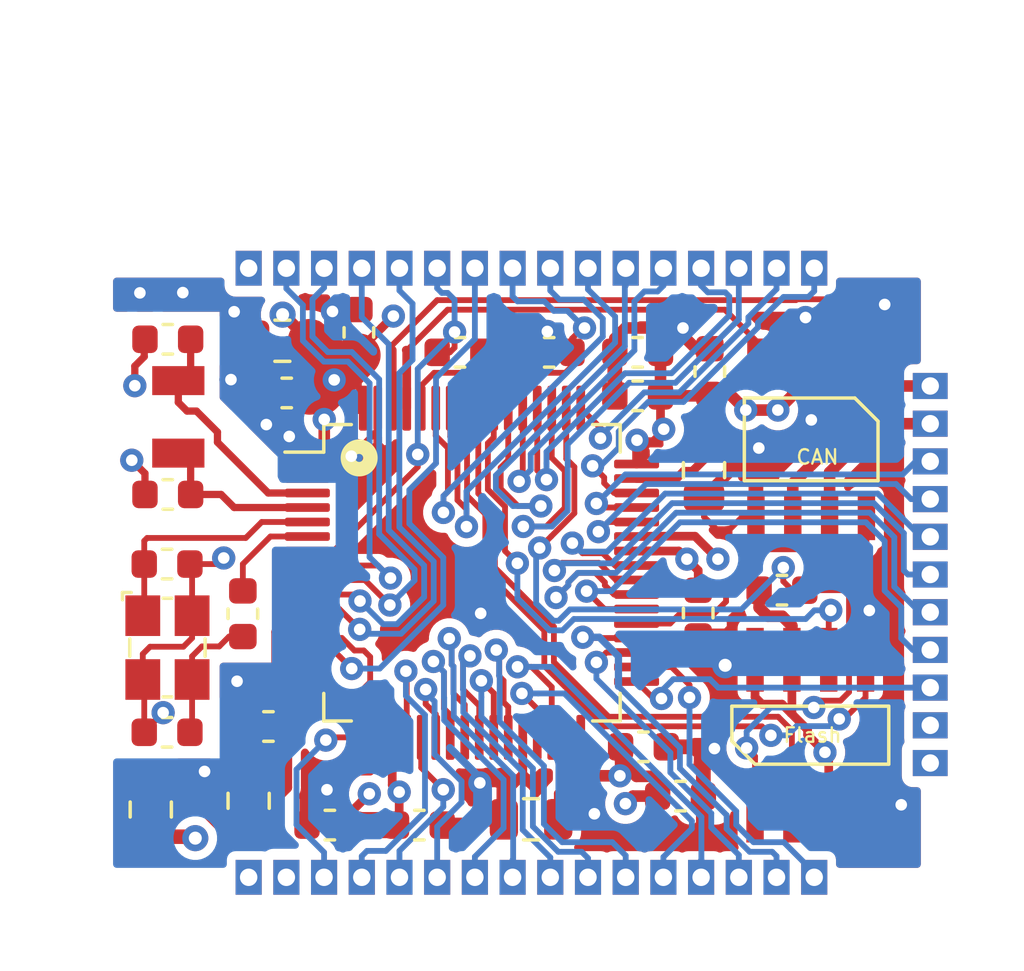
<source format=kicad_pcb>
(kicad_pcb (version 20171130) (host pcbnew "(5.1.5)-3")
  (layers (0 F.Cu signal) (1 In1.Cu mixed) (2 In2.Cu power) (31 B.Cu signal) (34 B.Paste user) (35 F.Paste user) (36 B.SilkS user) (37 F.SilkS user) (38 B.Mask user) (39 F.Mask user) (44 Edge.Cuts user))
  (net 0 "")
  (net 1 HSE_IN)
  (net 2 GND)
  (net 3 LSE_IN)
  (net 4 "Net-(C3-Pad1)")
  (net 5 +3V3)
  (net 6 "Net-(C7-Pad1)")
  (net 7 NRST)
  (net 8 "Net-(C10-Pad1)")
  (net 9 HSE_OUT)
  (net 10 LSE_OUT)
  (net 11 BOOT0)
  (net 12 FLASH_MOSI)
  (net 13 PC1)
  (net 14 PC2)
  (net 15 PC3)
  (net 16 PA0)
  (net 17 PA3)
  (net 18 PA5)
  (net 19 PC4)
  (net 20 PC5)
  (net 21 PB10)
  (net 22 PB11)
  (net 23 PB14)
  (net 24 PB15)
  (net 25 PC7)
  (net 26 PC8)
  (net 27 PC9)
  (net 28 CAN_SLP)
  (net 29 CAN_RX)
  (net 30 CAN_TX)
  (net 31 SWDIO)
  (net 32 FLASH_CS)
  (net 33 PC10)
  (net 34 PC11)
  (net 35 PC12)
  (net 36 PD2)
  (net 37 FLASH_SCK)
  (net 38 FLASH_MISO)
  (net 39 PB7)
  (net 40 CAN_H)
  (net 41 CAN_L)
  (net 42 PB6)
  (net 43 D+)
  (net 44 D-)
  (net 45 PB13)
  (net 46 PB12)
  (net 47 "Net-(U1-Pad2)")
  (net 48 SW_CLK)
  (net 49 PA4)
  (net 50 PA6)
  (net 51 PA7)
  (net 52 PB0)
  (net 53 PB1)
  (net 54 PA8)
  (net 55 PC0)
  (net 56 +3.3VA)
  (net 57 "Net-(U1-Pad15)")
  (net 58 "Net-(U1-Pad16)")
  (module Capacitor_SMD:C_0805_2012Metric (layer F.Cu) (at 155.95 109.0125 270)
    (fp_text reference C10)
    (fp_text value 10uF)
    (pad 2 smd roundrect (at 0.9375 0 270) (size 0.975 1.4) (layers F.Cu F.Paste F.Mask) (net 2 GND))
    (pad 1 smd roundrect (at -0.9375 0 270) (size 0.975 1.4) (layers F.Cu F.Paste F.Mask) (net 8 "Net-(C10-Pad1)"))
  )
  (module Capacitor_SMD:C_0603_1608Metric (layer F.Cu) (at 144.05 104.2625 90)
    (fp_text reference C13)
    (fp_text value 100nF)
    (pad 2 smd roundrect (at 0.7875 0 90) (size 0.875 0.95) (layers F.Cu F.Paste F.Mask) (net 2 GND))
    (pad 1 smd roundrect (at -0.7875 0 90) (size 0.875 0.95) (layers F.Cu F.Paste F.Mask) (net 5 +3V3))
  )
  (module Package_QFP:LQFP-64_10x10mm_P0.5mm (layer F.Cu) (at 147.95 112.55)
    (fp_text reference U1)
    (fp_text value STM32F405RGTx)
    (pad 1 smd roundrect (at -5.675 -3.75) (size 1.55 0.3) (layers F.Cu F.Paste F.Mask) (net 5 +3V3))
    (pad 2 smd roundrect (at -5.675 -3.25) (size 1.55 0.3) (layers F.Cu F.Paste F.Mask) (net 47 "Net-(U1-Pad2)"))
    (pad 3 smd roundrect (at -5.675 -2.75) (size 1.55 0.3) (layers F.Cu F.Paste F.Mask) (net 3 LSE_IN))
    (pad 4 smd roundrect (at -5.675 -2.25) (size 1.55 0.3) (layers F.Cu F.Paste F.Mask) (net 10 LSE_OUT))
    (pad 5 smd roundrect (at -5.675 -1.75) (size 1.55 0.3) (layers F.Cu F.Paste F.Mask) (net 1 HSE_IN))
    (pad 6 smd roundrect (at -5.675 -1.25) (size 1.55 0.3) (layers F.Cu F.Paste F.Mask) (net 9 HSE_OUT))
    (pad 7 smd roundrect (at -5.675 -0.75) (size 1.55 0.3) (layers F.Cu F.Paste F.Mask) (net 7 NRST))
    (pad 8 smd roundrect (at -5.675 -0.25) (size 1.55 0.3) (layers F.Cu F.Paste F.Mask) (net 55 PC0))
    (pad 9 smd roundrect (at -5.675 0.25) (size 1.55 0.3) (layers F.Cu F.Paste F.Mask) (net 13 PC1))
    (pad 10 smd roundrect (at -5.675 0.75) (size 1.55 0.3) (layers F.Cu F.Paste F.Mask) (net 14 PC2))
    (pad 11 smd roundrect (at -5.675 1.25) (size 1.55 0.3) (layers F.Cu F.Paste F.Mask) (net 15 PC3))
    (pad 12 smd roundrect (at -5.675 1.75) (size 1.55 0.3) (layers F.Cu F.Paste F.Mask) (net 2 GND))
    (pad 13 smd roundrect (at -5.675 2.25) (size 1.55 0.3) (layers F.Cu F.Paste F.Mask) (net 56 +3.3VA))
    (pad 14 smd roundrect (at -5.675 2.75) (size 1.55 0.3) (layers F.Cu F.Paste F.Mask) (net 16 PA0))
    (pad 15 smd roundrect (at -5.675 3.25) (size 1.55 0.3) (layers F.Cu F.Paste F.Mask) (net 57 "Net-(U1-Pad15)"))
    (pad 16 smd roundrect (at -5.675 3.75) (size 1.55 0.3) (layers F.Cu F.Paste F.Mask) (net 58 "Net-(U1-Pad16)"))
    (pad 17 smd roundrect (at -3.75 5.675) (size 0.3 1.55) (layers F.Cu F.Paste F.Mask) (net 17 PA3))
    (pad 18 smd roundrect (at -3.25 5.675) (size 0.3 1.55) (layers F.Cu F.Paste F.Mask) (net 2 GND))
    (pad 19 smd roundrect (at -2.75 5.675) (size 0.3 1.55) (layers F.Cu F.Paste F.Mask) (net 5 +3V3))
    (pad 20 smd roundrect (at -2.25 5.675) (size 0.3 1.55) (layers F.Cu F.Paste F.Mask) (net 49 PA4))
    (pad 21 smd roundrect (at -1.75 5.675) (size 0.3 1.55) (layers F.Cu F.Paste F.Mask) (net 18 PA5))
    (pad 22 smd roundrect (at -1.25 5.675) (size 0.3 1.55) (layers F.Cu F.Paste F.Mask) (net 50 PA6))
    (pad 23 smd roundrect (at -0.75 5.675) (size 0.3 1.55) (layers F.Cu F.Paste F.Mask) (net 51 PA7))
    (pad 24 smd roundrect (at -0.25 5.675) (size 0.3 1.55) (layers F.Cu F.Paste F.Mask) (net 19 PC4))
    (pad 25 smd roundrect (at 0.25 5.675) (size 0.3 1.55) (layers F.Cu F.Paste F.Mask) (net 20 PC5))
    (pad 26 smd roundrect (at 0.75 5.675) (size 0.3 1.55) (layers F.Cu F.Paste F.Mask) (net 52 PB0))
    (pad 27 smd roundrect (at 1.25 5.675) (size 0.3 1.55) (layers F.Cu F.Paste F.Mask) (net 53 PB1))
    (pad 28 smd roundrect (at 1.75 5.675) (size 0.3 1.55) (layers F.Cu F.Paste F.Mask) (net 2 GND))
    (pad 29 smd roundrect (at 2.25 5.675) (size 0.3 1.55) (layers F.Cu F.Paste F.Mask) (net 21 PB10))
    (pad 30 smd roundrect (at 2.75 5.675) (size 0.3 1.55) (layers F.Cu F.Paste F.Mask) (net 22 PB11))
    (pad 31 smd roundrect (at 3.25 5.675) (size 0.3 1.55) (layers F.Cu F.Paste F.Mask) (net 6 "Net-(C7-Pad1)"))
    (pad 32 smd roundrect (at 3.75 5.675) (size 0.3 1.55) (layers F.Cu F.Paste F.Mask) (net 5 +3V3))
    (pad 33 smd roundrect (at 5.675 3.75) (size 1.55 0.3) (layers F.Cu F.Paste F.Mask) (net 46 PB12))
    (pad 34 smd roundrect (at 5.675 3.25) (size 1.55 0.3) (layers F.Cu F.Paste F.Mask) (net 45 PB13))
    (pad 35 smd roundrect (at 5.675 2.75) (size 1.55 0.3) (layers F.Cu F.Paste F.Mask) (net 23 PB14))
    (pad 36 smd roundrect (at 5.675 2.25) (size 1.55 0.3) (layers F.Cu F.Paste F.Mask) (net 24 PB15))
    (pad 37 smd roundrect (at 5.675 1.75) (size 1.55 0.3) (layers F.Cu F.Paste F.Mask) (net 28 CAN_SLP))
    (pad 38 smd roundrect (at 5.675 1.25) (size 1.55 0.3) (layers F.Cu F.Paste F.Mask) (net 25 PC7))
    (pad 39 smd roundrect (at 5.675 0.75) (size 1.55 0.3) (layers F.Cu F.Paste F.Mask) (net 26 PC8))
    (pad 40 smd roundrect (at 5.675 0.25) (size 1.55 0.3) (layers F.Cu F.Paste F.Mask) (net 27 PC9))
    (pad 41 smd roundrect (at 5.675 -0.25) (size 1.55 0.3) (layers F.Cu F.Paste F.Mask) (net 54 PA8))
    (pad 42 smd roundrect (at 5.675 -0.75) (size 1.55 0.3) (layers F.Cu F.Paste F.Mask) (net 5 +3V3))
    (pad 43 smd roundrect (at 5.675 -1.25) (size 1.55 0.3) (layers F.Cu F.Paste F.Mask) (net 5 +3V3))
    (pad 44 smd roundrect (at 5.675 -1.75) (size 1.55 0.3) (layers F.Cu F.Paste F.Mask) (net 44 D-))
    (pad 45 smd roundrect (at 5.675 -2.25) (size 1.55 0.3) (layers F.Cu F.Paste F.Mask) (net 43 D+))
    (pad 46 smd roundrect (at 5.675 -2.75) (size 1.55 0.3) (layers F.Cu F.Paste F.Mask) (net 31 SWDIO))
    (pad 47 smd roundrect (at 5.675 -3.25) (size 1.55 0.3) (layers F.Cu F.Paste F.Mask) (net 8 "Net-(C10-Pad1)"))
    (pad 48 smd roundrect (at 5.675 -3.75) (size 1.55 0.3) (layers F.Cu F.Paste F.Mask) (net 5 +3V3))
    (pad 49 smd roundrect (at 3.75 -5.675) (size 0.3 1.55) (layers F.Cu F.Paste F.Mask) (net 48 SW_CLK))
    (pad 50 smd roundrect (at 3.25 -5.675) (size 0.3 1.55) (layers F.Cu F.Paste F.Mask) (net 32 FLASH_CS))
    (pad 51 smd roundrect (at 2.75 -5.675) (size 0.3 1.55) (layers F.Cu F.Paste F.Mask) (net 33 PC10))
    (pad 52 smd roundrect (at 2.25 -5.675) (size 0.3 1.55) (layers F.Cu F.Paste F.Mask) (net 34 PC11))
    (pad 53 smd roundrect (at 1.75 -5.675) (size 0.3 1.55) (layers F.Cu F.Paste F.Mask) (net 35 PC12))
    (pad 54 smd roundrect (at 1.25 -5.675) (size 0.3 1.55) (layers F.Cu F.Paste F.Mask) (net 36 PD2))
    (pad 55 smd roundrect (at 0.75 -5.675) (size 0.3 1.55) (layers F.Cu F.Paste F.Mask) (net 37 FLASH_SCK))
    (pad 56 smd roundrect (at 0.25 -5.675) (size 0.3 1.55) (layers F.Cu F.Paste F.Mask) (net 38 FLASH_MISO))
    (pad 57 smd roundrect (at -0.25 -5.675) (size 0.3 1.55) (layers F.Cu F.Paste F.Mask) (net 12 FLASH_MOSI))
    (pad 58 smd roundrect (at -0.75 -5.675) (size 0.3 1.55) (layers F.Cu F.Paste F.Mask) (net 42 PB6))
    (pad 59 smd roundrect (at -1.25 -5.675) (size 0.3 1.55) (layers F.Cu F.Paste F.Mask) (net 39 PB7))
    (pad 60 smd roundrect (at -1.75 -5.675) (size 0.3 1.55) (layers F.Cu F.Paste F.Mask) (net 11 BOOT0))
    (pad 61 smd roundrect (at -2.25 -5.675) (size 0.3 1.55) (layers F.Cu F.Paste F.Mask) (net 29 CAN_RX))
    (pad 62 smd roundrect (at -2.75 -5.675) (size 0.3 1.55) (layers F.Cu F.Paste F.Mask) (net 30 CAN_TX))
    (pad 63 smd roundrect (at -3.25 -5.675) (size 0.3 1.55) (layers F.Cu F.Paste F.Mask) (net 2 GND))
    (pad 64 smd roundrect (at -3.75 -5.675) (size 0.3 1.55) (layers F.Cu F.Paste F.Mask) (net 5 +3V3))
  )
  (module Capacitor_SMD:C_0603_1608Metric (layer F.Cu) (at 147.5375 104.95)
    (fp_text reference C8)
    (fp_text value 100nF)
    (pad 1 smd roundrect (at -0.7875 0) (size 0.875 0.95) (layers F.Cu F.Paste F.Mask) (net 7 NRST))
    (pad 2 smd roundrect (at 0.7875 0) (size 0.875 0.95) (layers F.Cu F.Paste F.Mask) (net 2 GND))
  )
  (module EvezorLIB:STM32_SOIC8_MEM (layer F.Cu) (at 159.615 118.15)
    (fp_text reference U3)
    (fp_text value Edge_V1_Mem)
    (pad 8 smd rect (at -1.905 -2.6) (size 0.6 2.2) (layers F.Cu F.Paste F.Mask) (net 5 +3V3))
    (pad 1 smd rect (at -1.905 2.6) (size 0.6 2.2) (layers F.Cu F.Paste F.Mask) (net 32 FLASH_CS))
    (pad 7 smd rect (at -0.635 -2.6) (size 0.6 2.2) (layers F.Cu F.Paste F.Mask) (net 5 +3V3))
    (pad 2 smd rect (at -0.635 2.6) (size 0.6 2.2) (layers F.Cu F.Paste F.Mask) (net 38 FLASH_MISO))
    (pad 6 smd rect (at 0.635 -2.6) (size 0.6 2.2) (layers F.Cu F.Paste F.Mask) (net 37 FLASH_SCK))
    (pad 3 smd rect (at 0.635 2.6) (size 0.6 2.2) (layers F.Cu F.Paste F.Mask) (net 5 +3V3))
    (pad 5 smd rect (at 1.905 -2.6) (size 0.6 2.2) (layers F.Cu F.Paste F.Mask) (net 12 FLASH_MOSI))
    (pad 4 smd rect (at 1.905 2.6) (size 0.6 2.2) (layers F.Cu F.Paste F.Mask) (net 2 GND))
  )
  (module Capacitor_SMD:C_0603_1608Metric (layer F.Cu) (at 146.1365 121.25)
    (fp_text reference C12)
    (fp_text value 100nF)
    (pad 2 smd roundrect (at 0.7875 0) (size 0.875 0.95) (layers F.Cu F.Paste F.Mask) (net 2 GND))
    (pad 1 smd roundrect (at -0.7875 0) (size 0.875 0.95) (layers F.Cu F.Paste F.Mask) (net 5 +3V3))
  )
  (module Capacitor_SMD:C_0603_1608Metric (layer F.Cu) (at 143.05 121.25 180)
    (fp_text reference C6)
    (fp_text value 100nF)
    (pad 2 smd roundrect (at 0.7875 0 180) (size 0.875 0.95) (layers F.Cu F.Paste F.Mask) (net 2 GND))
    (pad 1 smd roundrect (at -0.7875 0 180) (size 0.875 0.95) (layers F.Cu F.Paste F.Mask) (net 5 +3V3))
  )
  (module Capacitor_SMD:C_0603_1608Metric (layer F.Cu) (at 153.6625 104.95 180)
    (fp_text reference C18)
    (fp_text value 100nF)
    (pad 1 smd roundrect (at -0.7875 0 180) (size 0.875 0.95) (layers F.Cu F.Paste F.Mask) (net 5 +3V3))
    (pad 2 smd roundrect (at 0.7875 0 180) (size 0.875 0.95) (layers F.Cu F.Paste F.Mask) (net 2 GND))
  )
  (module Capacitor_SMD:C_0805_2012Metric (layer F.Cu) (at 141.4125 104.55 180)
    (fp_text reference C5)
    (fp_text value 10uF)
    (pad 1 smd roundrect (at -0.9375 0 180) (size 0.975 1.4) (layers F.Cu F.Paste F.Mask) (net 5 +3V3))
    (pad 2 smd roundrect (at 0.9375 0 180) (size 0.975 1.4) (layers F.Cu F.Paste F.Mask) (net 2 GND))
  )
  (module Capacitor_SMD:C_0603_1608Metric (layer F.Cu) (at 137.4375 112.25)
    (fp_text reference C1)
    (fp_text value 20pF)
    (pad 1 smd roundrect (at -0.7875 0) (size 0.875 0.95) (layers F.Cu F.Paste F.Mask) (net 1 HSE_IN))
    (pad 2 smd roundrect (at 0.7875 0) (size 0.875 0.95) (layers F.Cu F.Paste F.Mask) (net 2 GND))
  )
  (module Capacitor_SMD:C_0603_1608Metric (layer F.Cu) (at 137.4625 104.5 180)
    (fp_text reference C2)
    (fp_text value 12pF)
    (pad 1 smd roundrect (at -0.7875 0 180) (size 0.875 0.95) (layers F.Cu F.Paste F.Mask) (net 3 LSE_IN))
    (pad 2 smd roundrect (at 0.7875 0 180) (size 0.875 0.95) (layers F.Cu F.Paste F.Mask) (net 2 GND))
  )
  (module Capacitor_SMD:C_0603_1608Metric (layer F.Cu) (at 137.4375 118.05 180)
    (fp_text reference C3)
    (fp_text value 20pF)
    (pad 1 smd roundrect (at -0.7875 0 180) (size 0.875 0.95) (layers F.Cu F.Paste F.Mask) (net 4 "Net-(C3-Pad1)"))
    (pad 2 smd roundrect (at 0.7875 0 180) (size 0.875 0.95) (layers F.Cu F.Paste F.Mask) (net 2 GND))
  )
  (module Capacitor_SMD:C_0603_1608Metric (layer F.Cu) (at 137.4625 109.85 180)
    (fp_text reference C4)
    (fp_text value 12pF)
    (pad 2 smd roundrect (at 0.7875 0 180) (size 0.875 0.95) (layers F.Cu F.Paste F.Mask) (net 2 GND))
    (pad 1 smd roundrect (at -0.7875 0 180) (size 0.875 0.95) (layers F.Cu F.Paste F.Mask) (net 10 LSE_OUT))
  )
  (module Capacitor_SMD:C_0805_2012Metric (layer F.Cu) (at 149.9875 121.05 180)
    (fp_text reference C7)
    (fp_text value 10uF)
    (pad 2 smd roundrect (at 0.9375 0 180) (size 0.975 1.4) (layers F.Cu F.Paste F.Mask) (net 2 GND))
    (pad 1 smd roundrect (at -0.9375 0 180) (size 0.975 1.4) (layers F.Cu F.Paste F.Mask) (net 6 "Net-(C7-Pad1)"))
  )
  (module Capacitor_SMD:C_0603_1608Metric (layer F.Cu) (at 153.6625 106.45 180)
    (fp_text reference C9)
    (fp_text value 100nF)
    (pad 2 smd roundrect (at 0.7875 0 180) (size 0.875 0.95) (layers F.Cu F.Paste F.Mask) (net 2 GND))
    (pad 1 smd roundrect (at -0.7875 0 180) (size 0.875 0.95) (layers F.Cu F.Paste F.Mask) (net 5 +3V3))
  )
  (module Capacitor_SMD:C_0603_1608Metric (layer F.Cu) (at 155.14 120.25)
    (fp_text reference C11)
    (fp_text value 100nF)
    (pad 1 smd roundrect (at -0.7875 0) (size 0.875 0.95) (layers F.Cu F.Paste F.Mask) (net 5 +3V3))
    (pad 2 smd roundrect (at 0.7875 0) (size 0.875 0.95) (layers F.Cu F.Paste F.Mask) (net 2 GND))
  )
  (module Capacitor_SMD:C_0603_1608Metric (layer F.Cu) (at 140.9325 117.85 180)
    (fp_text reference C14)
    (fp_text value 100nF)
    (pad 2 smd roundrect (at 0.7875 0 180) (size 0.875 0.95) (layers F.Cu F.Paste F.Mask) (net 2 GND))
    (pad 1 smd roundrect (at -0.7875 0 180) (size 0.875 0.95) (layers F.Cu F.Paste F.Mask) (net 56 +3.3VA))
  )
  (module Capacitor_SMD:C_0603_1608Metric (layer F.Cu) (at 141.5625 106.35 180)
    (fp_text reference C15)
    (fp_text value 100nF)
    (pad 1 smd roundrect (at -0.7875 0 180) (size 0.875 0.95) (layers F.Cu F.Paste F.Mask) (net 5 +3V3))
    (pad 2 smd roundrect (at 0.7875 0 180) (size 0.875 0.95) (layers F.Cu F.Paste F.Mask) (net 2 GND))
  )
  (module Capacitor_SMD:C_0805_2012Metric (layer F.Cu) (at 140.25 120.4125 90)
    (fp_text reference C16)
    (fp_text value 10uF)
    (pad 2 smd roundrect (at 0.9375 0 90) (size 0.975 1.4) (layers F.Cu F.Paste F.Mask) (net 2 GND))
    (pad 1 smd roundrect (at -0.9375 0 90) (size 0.975 1.4) (layers F.Cu F.Paste F.Mask) (net 56 +3.3VA))
  )
  (module Capacitor_SMD:C_0603_1608Metric (layer F.Cu) (at 153.8625 118.55)
    (fp_text reference C17)
    (fp_text value 100nF)
    (pad 2 smd roundrect (at 0.7875 0) (size 0.875 0.95) (layers F.Cu F.Paste F.Mask) (net 2 GND))
    (pad 1 smd roundrect (at -0.7875 0) (size 0.875 0.95) (layers F.Cu F.Paste F.Mask) (net 5 +3V3))
  )
  (module Capacitor_SMD:C_0603_1608Metric (layer F.Cu) (at 156.15 105.6125 270)
    (fp_text reference C19)
    (fp_text value 100nF)
    (pad 1 smd roundrect (at -0.7875 0 270) (size 0.875 0.95) (layers F.Cu F.Paste F.Mask) (net 2 GND))
    (pad 2 smd roundrect (at 0.7875 0 270) (size 0.875 0.95) (layers F.Cu F.Paste F.Mask) (net 5 +3V3))
  )
  (module Inductor_SMD:L_0805_2012Metric (layer F.Cu) (at 136.875 120.7125 90)
    (fp_text reference FB1)
    (fp_text value Ferrite)
    (pad 1 smd roundrect (at -0.9375 0 90) (size 0.975 1.4) (layers F.Cu F.Paste F.Mask) (net 5 +3V3))
    (pad 2 smd roundrect (at 0.9375 0 90) (size 0.975 1.4) (layers F.Cu F.Paste F.Mask) (net 56 +3.3VA))
  )
  (module Resistor_SMD:R_0603_1608Metric (layer F.Cu) (at 140.05 113.9625 270)
    (fp_text reference R1)
    (fp_text value 220)
    (pad 1 smd roundrect (at -0.7875 0 270) (size 0.875 0.95) (layers F.Cu F.Paste F.Mask) (net 9 HSE_OUT))
    (pad 2 smd roundrect (at 0.7875 0 270) (size 0.875 0.95) (layers F.Cu F.Paste F.Mask) (net 4 "Net-(C3-Pad1)"))
  )
  (module Resistor_SMD:R_0603_1608Metric (layer F.Cu) (at 150.6125 104.95 180)
    (fp_text reference R3)
    (fp_text value 100K)
    (pad 2 smd roundrect (at 0.7875 0 180) (size 0.875 0.95) (layers F.Cu F.Paste F.Mask) (net 2 GND))
    (pad 1 smd roundrect (at -0.7875 0 180) (size 0.875 0.95) (layers F.Cu F.Paste F.Mask) (net 11 BOOT0))
  )
  (module Resistor_SMD:R_0603_1608Metric (layer F.Cu) (at 158.6375 113.15)
    (fp_text reference R4)
    (fp_text value 100K)
    (pad 2 smd roundrect (at 0.7875 0) (size 0.875 0.95) (layers F.Cu F.Paste F.Mask) (net 32 FLASH_CS))
    (pad 1 smd roundrect (at -0.7875 0) (size 0.875 0.95) (layers F.Cu F.Paste F.Mask) (net 5 +3V3))
  )
  (module EvezorLIB:CAN-TRANS-SN65HVD230DR (layer F.Cu) (at 159.645 107.95 180)
    (fp_text reference U2)
    (fp_text value Trans_CAN_SN65HVD230DR)
    (pad 8 smd rect (at -1.905 -2.7 180) (size 0.6 1.55) (layers F.Cu F.Paste F.Mask) (net 28 CAN_SLP))
    (pad 1 smd rect (at -1.905 2.7 180) (size 0.6 1.55) (layers F.Cu F.Paste F.Mask) (net 30 CAN_TX))
    (pad 7 smd rect (at -0.635 -2.7 180) (size 0.6 1.55) (layers F.Cu F.Paste F.Mask) (net 40 CAN_H))
    (pad 2 smd rect (at -0.635 2.7 180) (size 0.6 1.55) (layers F.Cu F.Paste F.Mask) (net 2 GND))
    (pad 6 smd rect (at 0.635 -2.7 180) (size 0.6 1.55) (layers F.Cu F.Paste F.Mask) (net 41 CAN_L))
    (pad 3 smd rect (at 0.635 2.7 180) (size 0.6 1.55) (layers F.Cu F.Paste F.Mask) (net 5 +3V3))
    (pad 5 smd rect (at 1.905 -2.7 180) (size 0.6 1.55) (layers F.Cu F.Paste F.Mask) (net 2 GND))
    (pad 4 smd rect (at 1.905 2.7 180) (size 0.6 1.55) (layers F.Cu F.Paste F.Mask) (net 29 CAN_RX))
  )
  (module Capacitor_SMD:C_0603_1608Metric (layer F.Cu) (at 155.75 113.94 270)
    (fp_text reference C20)
    (fp_text value 100nF)
    (pad 1 smd roundrect (at -0.7875 0 270) (size 0.875 0.95) (layers F.Cu F.Paste F.Mask) (net 5 +3V3))
    (pad 2 smd roundrect (at 0.7875 0 270) (size 0.875 0.95) (layers F.Cu F.Paste F.Mask) (net 2 GND))
  )
  (module EvezorLIB:CRYSTAL_SEIKO_32.768_SC-32S32.768kHz20PPM12.5pF (layer F.Cu) (at 137.825 107.175 270)
    (fp_text reference Y1)
    (fp_text value 32.768)
    (pad 1 smd rect (at -1.25 0 270) (size 1 1.8) (layers F.Cu F.Paste F.Mask) (net 3 LSE_IN))
    (pad 2 smd rect (at 1.25 0 270) (size 1 1.8) (layers F.Cu F.Paste F.Mask) (net 10 LSE_OUT))
  )
  (module EvezorLIB:CASTELLATED_11 (layer F.Cu) (at 163.75 112.55 90)
    (fp_text reference J2)
    (fp_text value Conn_01x11)
    (pad 1 thru_hole custom (at -6.56 0 90) (size 0.9 1.2) (drill 0.6) (layers *.Cu *.Mask) (net 2 GND) (options (clearance outline) (anchor rect)) (primitives))
    (pad 2 thru_hole custom (at -5.26 0 90) (size 0.9 1.2) (drill 0.6) (layers *.Cu *.Mask) (net 5 +3V3) (options (clearance outline) (anchor rect)) (primitives))
    (pad 3 thru_hole custom (at -3.96 0 90) (size 0.9 1.2) (drill 0.6) (layers *.Cu *.Mask) (net 46 PB12) (options (clearance outline) (anchor rect)) (primitives))
    (pad 4 thru_hole custom (at -2.66 0 90) (size 0.9 1.2) (drill 0.6) (layers *.Cu *.Mask) (net 25 PC7) (options (clearance outline) (anchor rect)) (primitives))
    (pad 5 thru_hole custom (at -1.36 0 90) (size 0.9 1.2) (drill 0.6) (layers *.Cu *.Mask) (net 26 PC8) (options (clearance outline) (anchor rect)) (primitives))
    (pad 6 thru_hole custom (at -0.06 0 90) (size 0.9 1.2) (drill 0.6) (layers *.Cu *.Mask) (net 27 PC9) (options (clearance outline) (anchor rect)) (primitives))
    (pad 7 thru_hole custom (at 1.24 0 90) (size 0.9 1.2) (drill 0.6) (layers *.Cu *.Mask) (net 54 PA8) (options (clearance outline) (anchor rect)) (primitives))
    (pad 8 thru_hole custom (at 2.54 0 90) (size 0.9 1.2) (drill 0.6) (layers *.Cu *.Mask) (net 44 D-) (options (clearance outline) (anchor rect)) (primitives))
    (pad 9 thru_hole custom (at 3.84 0 90) (size 0.9 1.2) (drill 0.6) (layers *.Cu *.Mask) (net 43 D+) (options (clearance outline) (anchor rect)) (primitives))
    (pad 10 thru_hole custom (at 5.14 0 90) (size 0.9 1.2) (drill 0.6) (layers *.Cu *.Mask) (net 40 CAN_H) (options (clearance outline) (anchor rect)) (primitives))
    (pad 11 thru_hole custom (at 6.44 0 90) (size 0.9 1.2) (drill 0.6) (layers *.Cu *.Mask) (net 41 CAN_L) (options (clearance outline) (anchor rect)) (primitives))
  )
  (module EvezorLIB:CASTELLATED_16 (layer F.Cu) (at 150.65 123.05)
    (fp_text reference J1)
    (fp_text value Conn_01x16)
    (pad 16 thru_hole custom (at 9.1 0) (size 0.9 1.2) (drill 0.6) (layers *.Cu *.Mask) (net 45 PB13) (options (clearance outline) (anchor rect)) (primitives))
    (pad 15 thru_hole custom (at 7.8 0) (size 0.9 1.2) (drill 0.6) (layers *.Cu *.Mask) (net 24 PB15) (options (clearance outline) (anchor rect)) (primitives))
    (pad 14 thru_hole custom (at 6.5 0) (size 0.9 1.2) (drill 0.6) (layers *.Cu *.Mask) (net 23 PB14) (options (clearance outline) (anchor rect)) (primitives))
    (pad 13 thru_hole custom (at 5.2 0) (size 0.9 1.2) (drill 0.6) (layers *.Cu *.Mask) (net 22 PB11) (options (clearance outline) (anchor rect)) (primitives))
    (pad 12 thru_hole custom (at 3.9 0) (size 0.9 1.2) (drill 0.6) (layers *.Cu *.Mask) (net 21 PB10) (options (clearance outline) (anchor rect)) (primitives))
    (pad 11 thru_hole custom (at 2.6 0) (size 0.9 1.2) (drill 0.6) (layers *.Cu *.Mask) (net 53 PB1) (options (clearance outline) (anchor rect)) (primitives))
    (pad 10 thru_hole custom (at 1.3 0) (size 0.9 1.2) (drill 0.6) (layers *.Cu *.Mask) (net 52 PB0) (options (clearance outline) (anchor rect)) (primitives))
    (pad 9 thru_hole custom (at 0 0) (size 0.9 1.2) (drill 0.6) (layers *.Cu *.Mask) (net 20 PC5) (options (clearance outline) (anchor rect)) (primitives))
    (pad 8 thru_hole custom (at -1.3 0) (size 0.9 1.2) (drill 0.6) (layers *.Cu *.Mask) (net 19 PC4) (options (clearance outline) (anchor rect)) (primitives))
    (pad 7 thru_hole custom (at -2.6 0) (size 0.9 1.2) (drill 0.6) (layers *.Cu *.Mask) (net 51 PA7) (options (clearance outline) (anchor rect)) (primitives))
    (pad 6 thru_hole custom (at -3.9 0) (size 0.9 1.2) (drill 0.6) (layers *.Cu *.Mask) (net 50 PA6) (options (clearance outline) (anchor rect)) (primitives))
    (pad 5 thru_hole custom (at -5.2 0) (size 0.9 1.2) (drill 0.6) (layers *.Cu *.Mask) (net 18 PA5) (options (clearance outline) (anchor rect)) (primitives))
    (pad 4 thru_hole custom (at -6.5 0) (size 0.9 1.2) (drill 0.6) (layers *.Cu *.Mask) (net 49 PA4) (options (clearance outline) (anchor rect)) (primitives))
    (pad 3 thru_hole custom (at -7.8 0) (size 0.9 1.2) (drill 0.6) (layers *.Cu *.Mask) (net 17 PA3) (options (clearance outline) (anchor rect)) (primitives))
    (pad 2 thru_hole custom (at -9.1 0) (size 0.9 1.2) (drill 0.6) (layers *.Cu *.Mask) (net 2 GND) (options (clearance outline) (anchor rect)) (primitives))
    (pad 1 thru_hole custom (at -10.4 0) (size 0.9 1.2) (drill 0.6) (layers *.Cu *.Mask) (net 5 +3V3) (options (clearance outline) (anchor rect)) (primitives))
  )
  (module EvezorLIB:CASTELLATED_16 (layer F.Cu) (at 150.65 102.05)
    (fp_text reference J3)
    (fp_text value Conn_01x16)
    (pad 1 thru_hole custom (at -10.4 0) (size 0.9 1.2) (drill 0.6) (layers *.Cu *.Mask) (net 2 GND) (options (clearance outline) (anchor rect)) (primitives))
    (pad 2 thru_hole custom (at -9.1 0) (size 0.9 1.2) (drill 0.6) (layers *.Cu *.Mask) (net 55 PC0) (options (clearance outline) (anchor rect)) (primitives))
    (pad 3 thru_hole custom (at -7.8 0) (size 0.9 1.2) (drill 0.6) (layers *.Cu *.Mask) (net 13 PC1) (options (clearance outline) (anchor rect)) (primitives))
    (pad 4 thru_hole custom (at -6.5 0) (size 0.9 1.2) (drill 0.6) (layers *.Cu *.Mask) (net 14 PC2) (options (clearance outline) (anchor rect)) (primitives))
    (pad 5 thru_hole custom (at -5.2 0) (size 0.9 1.2) (drill 0.6) (layers *.Cu *.Mask) (net 15 PC3) (options (clearance outline) (anchor rect)) (primitives))
    (pad 6 thru_hole custom (at -3.9 0) (size 0.9 1.2) (drill 0.6) (layers *.Cu *.Mask) (net 7 NRST) (options (clearance outline) (anchor rect)) (primitives))
    (pad 7 thru_hole custom (at -2.6 0) (size 0.9 1.2) (drill 0.6) (layers *.Cu *.Mask) (net 16 PA0) (options (clearance outline) (anchor rect)) (primitives))
    (pad 8 thru_hole custom (at -1.3 0) (size 0.9 1.2) (drill 0.6) (layers *.Cu *.Mask) (net 11 BOOT0) (options (clearance outline) (anchor rect)) (primitives))
    (pad 9 thru_hole custom (at 0 0) (size 0.9 1.2) (drill 0.6) (layers *.Cu *.Mask) (net 39 PB7) (options (clearance outline) (anchor rect)) (primitives))
    (pad 10 thru_hole custom (at 1.3 0) (size 0.9 1.2) (drill 0.6) (layers *.Cu *.Mask) (net 42 PB6) (options (clearance outline) (anchor rect)) (primitives))
    (pad 11 thru_hole custom (at 2.6 0) (size 0.9 1.2) (drill 0.6) (layers *.Cu *.Mask) (net 36 PD2) (options (clearance outline) (anchor rect)) (primitives))
    (pad 12 thru_hole custom (at 3.9 0) (size 0.9 1.2) (drill 0.6) (layers *.Cu *.Mask) (net 35 PC12) (options (clearance outline) (anchor rect)) (primitives))
    (pad 13 thru_hole custom (at 5.2 0) (size 0.9 1.2) (drill 0.6) (layers *.Cu *.Mask) (net 34 PC11) (options (clearance outline) (anchor rect)) (primitives))
    (pad 14 thru_hole custom (at 6.5 0) (size 0.9 1.2) (drill 0.6) (layers *.Cu *.Mask) (net 33 PC10) (options (clearance outline) (anchor rect)) (primitives))
    (pad 15 thru_hole custom (at 7.8 0) (size 0.9 1.2) (drill 0.6) (layers *.Cu *.Mask) (net 48 SW_CLK) (options (clearance outline) (anchor rect)) (primitives))
    (pad 16 thru_hole custom (at 9.1 0) (size 0.9 1.2) (drill 0.6) (layers *.Cu *.Mask) (net 31 SWDIO) (options (clearance outline) (anchor rect)) (primitives))
  )
  (module EvezorLIB:Crystal_3.2X2.5X0.8_C9002 (layer F.Cu) (at 137.45 115.13 270)
    (fp_text reference Y2)
    (fp_text value 12MHz)
    (pad 4 smd rect (at -1.1 -0.85 270) (size 1.4 1.2) (layers F.Cu F.Paste F.Mask) (net 2 GND))
    (pad 3 smd rect (at 1.1 -0.85 270) (size 1.4 1.2) (layers F.Cu F.Paste F.Mask) (net 4 "Net-(C3-Pad1)"))
    (pad 1 smd rect (at -1.1 0.85 270) (size 1.4 1.2) (layers F.Cu F.Paste F.Mask) (net 1 HSE_IN))
    (pad 2 smd rect (at 1.1 0.85 270) (size 1.4 1.2) (layers F.Cu F.Paste F.Mask) (net 2 GND))
  )
  (gr_circle (center 144.06 108.59) (end 144.44833 108.59) (layer F.SilkS) (width 0.5))
  (gr_text "CAN\n" (at 159.86 108.56) (layer F.SilkS) (effects (font (size 0.5 0.5) (thickness 0.08))))
  (gr_text Flash (at 159.69 118.15) (layer F.SilkS) (effects (font (size 0.5 0.5) (thickness 0.08))))
  (segment (start 136.65 113.975) (end 136.6 114.025) (width 0.2) (layer F.Cu) (net 1))
  (segment (start 136.65 112.25) (end 136.65 113.975) (width 0.2) (layer F.Cu) (net 1))
  (segment (start 140.7 110.8) (end 140.15 111.35) (width 0.2) (layer F.Cu) (net 1))
  (segment (start 140.15 111.35) (end 136.75 111.35) (width 0.2) (layer F.Cu) (net 1))
  (segment (start 142.25 110.8) (end 140.7 110.8) (width 0.2) (layer F.Cu) (net 1))
  (segment (start 136.75 111.35) (end 136.65 111.45) (width 0.2) (layer F.Cu) (net 1))
  (segment (start 136.65 111.45) (end 136.65 112.25) (width 0.2) (layer F.Cu) (net 1))
  (segment (start 138.3 112.325) (end 138.225 112.25) (width 0.2) (layer F.Cu) (net 2))
  (segment (start 138.3 114.025) (end 138.3 112.325) (width 0.2) (layer F.Cu) (net 2))
  (segment (start 136.65 116.275) (end 136.6 116.225) (width 0.2) (layer F.Cu) (net 2))
  (segment (start 136.65 118.05) (end 136.65 116.275) (width 0.2) (layer F.Cu) (net 2))
  (via (at 137.301801 117.37382) (size 0.8) (drill 0.4) (layers F.Cu B.Cu) (net 2))
  (segment (start 136.65 118.05) (end 136.65 118.025621) (width 0.2) (layer F.Cu) (net 2))
  (segment (start 136.65 118.025621) (end 137.301801 117.37382) (width 0.2) (layer F.Cu) (net 2))
  (segment (start 139.725 119.1125) (end 139.725 119.75) (width 0.2) (layer F.Cu) (net 2))
  (segment (start 140.35 118.05) (end 140.35 118.4875) (width 0.2) (layer F.Cu) (net 2))
  (segment (start 140.35 118.4875) (end 139.725 119.1125) (width 0.2) (layer F.Cu) (net 2))
  (segment (start 156.15 104.825) (end 156.185 104.825) (width 0.2) (layer F.Cu) (net 2))
  (segment (start 155.73 118.55) (end 156.125 118.945) (width 0.2) (layer F.Cu) (net 2))
  (via (at 136.325 106.1) (size 0.8) (drill 0.4) (layers F.Cu B.Cu) (net 2))
  (segment (start 138.225 112.25) (end 139.18 112.25) (width 0.2) (layer F.Cu) (net 2))
  (via (at 139.39 112.04) (size 0.8) (drill 0.4) (layers F.Cu B.Cu) (net 2))
  (segment (start 139.18 112.25) (end 139.39 112.04) (width 0.2) (layer F.Cu) (net 2))
  (via (at 139.85 116.29) (size 0.8) (drill 0.4) (layers F.Cu B.Cu) (net 2))
  (segment (start 140.249999 115.890001) (end 139.85 116.29) (width 0.3) (layer F.Cu) (net 2))
  (segment (start 141.472938 114.3) (end 141.18 114.592938) (width 0.3) (layer F.Cu) (net 2))
  (segment (start 141.18 114.592938) (end 141.18 115.74) (width 0.3) (layer F.Cu) (net 2))
  (segment (start 141.18 115.74) (end 141.029999 115.890001) (width 0.3) (layer F.Cu) (net 2))
  (segment (start 142.25 114.3) (end 141.472938 114.3) (width 0.3) (layer F.Cu) (net 2))
  (segment (start 141.029999 115.890001) (end 140.249999 115.890001) (width 0.3) (layer F.Cu) (net 2))
  (via (at 159.65 107.28) (size 0.8) (drill 0.4) (layers F.Cu B.Cu) (net 2))
  (segment (start 156.68 115.1825) (end 156.68 115.74) (width 0.4) (layer F.Cu) (net 2))
  (segment (start 155.75 114.7275) (end 156.225 114.7275) (width 0.4) (layer F.Cu) (net 2))
  (via (at 156.68 115.74) (size 0.9) (drill 0.45) (layers F.Cu B.Cu) (net 2))
  (segment (start 156.225 114.7275) (end 156.68 115.1825) (width 0.4) (layer F.Cu) (net 2))
  (via (at 150.549045 104.23) (size 0.8) (drill 0.4) (layers F.Cu B.Cu) (net 2))
  (segment (start 149.825 104.95) (end 149.83 104.95) (width 0.4) (layer F.Cu) (net 2))
  (segment (start 149.83 104.95) (end 150.57 104.21) (width 0.4) (layer F.Cu) (net 2))
  (via (at 139.64 105.89) (size 0.8) (drill 0.4) (layers F.Cu B.Cu) (net 2))
  (via (at 137.98 102.89) (size 0.8) (drill 0.4) (layers F.Cu B.Cu) (net 2))
  (via (at 136.5 102.9) (size 0.8) (drill 0.4) (layers F.Cu B.Cu) (net 2))
  (via (at 162.18 103.3) (size 0.8) (drill 0.4) (layers F.Cu B.Cu) (net 2))
  (via (at 142.950021 120.03) (size 0.8) (drill 0.4) (layers F.Cu B.Cu) (net 2))
  (segment (start 136.85 115.1) (end 138 115.1) (width 0.2) (layer F.Cu) (net 2))
  (segment (start 138 115.1) (end 138.3 114.8) (width 0.2) (layer F.Cu) (net 2))
  (segment (start 136.6 116.225) (end 136.6 115.35) (width 0.2) (layer F.Cu) (net 2))
  (segment (start 138.3 114.8) (end 138.3 114.025) (width 0.2) (layer F.Cu) (net 2))
  (segment (start 136.6 115.35) (end 136.85 115.1) (width 0.2) (layer F.Cu) (net 2))
  (segment (start 136.675 109.125) (end 136.22 108.67) (width 0.25) (layer F.Cu) (net 2))
  (segment (start 136.675 109.85) (end 136.675 109.125) (width 0.25) (layer F.Cu) (net 2))
  (via (at 136.22 108.67) (size 0.8) (drill 0.4) (layers F.Cu B.Cu) (net 2))
  (segment (start 136.325 105.425) (end 136.325 106.1) (width 0.25) (layer F.Cu) (net 2))
  (segment (start 136.65 105.1) (end 136.325 105.425) (width 0.25) (layer F.Cu) (net 2))
  (segment (start 136.675 104.5) (end 136.65 104.525) (width 0.25) (layer F.Cu) (net 2))
  (segment (start 136.65 104.525) (end 136.65 105.1) (width 0.25) (layer F.Cu) (net 2))
  (segment (start 140.475 104.55) (end 140.475 105.335) (width 0.4) (layer F.Cu) (net 2))
  (segment (start 140.775 105.635) (end 140.775 106.35) (width 0.4) (layer F.Cu) (net 2))
  (segment (start 140.475 105.335) (end 140.775 105.635) (width 0.4) (layer F.Cu) (net 2))
  (segment (start 142.2625 120.717521) (end 142.950021 120.03) (width 0.3) (layer F.Cu) (net 2))
  (segment (start 142.2625 121.25) (end 142.2625 120.717521) (width 0.3) (layer F.Cu) (net 2))
  (segment (start 149.05 121.05) (end 148.15 121.05) (width 0.5) (layer F.Cu) (net 2))
  (segment (start 147.95 121.25) (end 146.924 121.25) (width 0.5) (layer F.Cu) (net 2))
  (segment (start 148.15 121.05) (end 147.95 121.25) (width 0.5) (layer F.Cu) (net 2))
  (segment (start 139.85 117.555) (end 140.145 117.85) (width 0.5) (layer F.Cu) (net 2))
  (segment (start 139.85 116.29) (end 139.85 117.555) (width 0.5) (layer F.Cu) (net 2))
  (via (at 138.73 119.4) (size 0.8) (drill 0.4) (layers F.Cu B.Cu) (net 2))
  (segment (start 149.04 120) (end 149.04 121.04) (width 0.3) (layer F.Cu) (net 2))
  (segment (start 149.243029 120) (end 149.04 120) (width 0.3) (layer F.Cu) (net 2))
  (segment (start 149.7 118.225) (end 149.7 119.543029) (width 0.3) (layer F.Cu) (net 2))
  (segment (start 149.04 121.04) (end 149.05 121.05) (width 0.3) (layer F.Cu) (net 2))
  (segment (start 149.7 119.543029) (end 149.243029 120) (width 0.3) (layer F.Cu) (net 2))
  (via (at 140.86 107.44) (size 0.8) (drill 0.4) (layers F.Cu B.Cu) (net 2))
  (segment (start 140.775 107.355) (end 140.86 107.44) (width 0.4) (layer F.Cu) (net 2))
  (segment (start 140.775 106.35) (end 140.775 107.355) (width 0.4) (layer F.Cu) (net 2))
  (via (at 141.65 107.850002) (size 0.8) (drill 0.4) (layers F.Cu B.Cu) (net 2))
  (segment (start 141.270002 107.850002) (end 141.65 107.850002) (width 0.4) (layer F.Cu) (net 2))
  (segment (start 140.86 107.44) (end 141.270002 107.850002) (width 0.4) (layer F.Cu) (net 2))
  (segment (start 144.675 107.644957) (end 144.189956 108.130001) (width 0.2) (layer F.Cu) (net 2))
  (via (at 143.789957 108.53) (size 0.8) (drill 0.4) (layers F.Cu B.Cu) (net 2))
  (segment (start 144.189956 108.130001) (end 143.789957 108.53) (width 0.2) (layer F.Cu) (net 2))
  (segment (start 144.7 106.875) (end 144.7 107.65) (width 0.2) (layer F.Cu) (net 2))
  (segment (start 143.82 108.53) (end 143.789957 108.53) (width 0.2) (layer F.Cu) (net 2))
  (segment (start 144.675 106.875) (end 144.675 107.644957) (width 0.2) (layer F.Cu) (net 2))
  (segment (start 144.7 107.65) (end 143.82 108.53) (width 0.2) (layer F.Cu) (net 2))
  (segment (start 137.98 102.89) (end 138.545685 102.89) (width 0.9) (layer B.Cu) (net 2))
  (via (at 162.75 120.55) (size 0.8) (drill 0.4) (layers F.Cu B.Cu) (net 2))
  (segment (start 161.52 120.75) (end 162.62 120.75) (width 0.5) (layer F.Cu) (net 2))
  (segment (start 162.62 120.75) (end 162.97 121.1) (width 0.5) (layer F.Cu) (net 2))
  (segment (start 148.83389 119.79389) (end 148.785706 119.79389) (width 0.3) (layer F.Cu) (net 2))
  (via (at 148.220021 119.79389) (size 0.8) (drill 0.4) (layers F.Cu B.Cu) (net 2))
  (segment (start 148.785706 119.79389) (end 148.220021 119.79389) (width 0.3) (layer F.Cu) (net 2))
  (segment (start 149.04 120) (end 148.83389 119.79389) (width 0.3) (layer F.Cu) (net 2))
  (segment (start 143.590021 119.39) (end 142.950021 120.03) (width 0.3) (layer F.Cu) (net 2))
  (segment (start 144.43 119.39) (end 143.590021 119.39) (width 0.3) (layer F.Cu) (net 2))
  (segment (start 144.7 118.225) (end 144.7 119.12) (width 0.3) (layer F.Cu) (net 2))
  (segment (start 144.7 119.12) (end 144.43 119.39) (width 0.3) (layer F.Cu) (net 2))
  (via (at 148.25 113.95) (size 0.8) (drill 0.4) (layers F.Cu B.Cu) (net 2))
  (via (at 161.65 113.85) (size 0.8) (drill 0.4) (layers F.Cu B.Cu) (net 2))
  (via (at 159.45 103.75) (size 0.8) (drill 0.4) (layers F.Cu B.Cu) (net 2))
  (segment (start 139.75 103.825) (end 139.75 103.55) (width 0.4) (layer F.Cu) (net 2))
  (via (at 139.75 103.55) (size 0.8) (drill 0.4) (layers F.Cu B.Cu) (net 2))
  (segment (start 140.475 104.55) (end 139.75 103.825) (width 0.4) (layer F.Cu) (net 2))
  (segment (start 139.350001 103.150001) (end 139.75 103.55) (width 0.5) (layer B.Cu) (net 2))
  (segment (start 139.08 102.88) (end 139.350001 103.150001) (width 0.5) (layer B.Cu) (net 2))
  (segment (start 139.03 102.88) (end 139.08 102.88) (width 0.5) (layer B.Cu) (net 2))
  (via (at 155.224515 104.110021) (size 0.8) (drill 0.4) (layers F.Cu B.Cu) (net 2))
  (segment (start 156.15 104.825) (end 155.675 104.825) (width 0.4) (layer F.Cu) (net 2))
  (segment (start 155.224515 104.374515) (end 155.224515 104.110021) (width 0.4) (layer F.Cu) (net 2))
  (segment (start 152.875 104.475) (end 153.239979 104.110021) (width 0.4) (layer F.Cu) (net 2))
  (segment (start 152.875 104.95) (end 152.875 104.475) (width 0.4) (layer F.Cu) (net 2))
  (segment (start 155.675 104.825) (end 155.224515 104.374515) (width 0.4) (layer F.Cu) (net 2))
  (segment (start 153.239979 104.110021) (end 154.65883 104.110021) (width 0.4) (layer F.Cu) (net 2))
  (segment (start 154.65883 104.110021) (end 155.224515 104.110021) (width 0.4) (layer F.Cu) (net 2))
  (via (at 157.84 108.24994) (size 0.8) (drill 0.4) (layers F.Cu B.Cu) (net 2))
  (segment (start 157.65006 108.24994) (end 157.84 108.24994) (width 0.4) (layer F.Cu) (net 2))
  (segment (start 155.95 109.95) (end 157.65006 108.24994) (width 0.4) (layer F.Cu) (net 2))
  (segment (start 154.65 118.55) (end 156.248504 118.55) (width 0.5) (layer F.Cu) (net 2))
  (segment (start 156.248504 118.55) (end 156.309252 118.610748) (width 0.5) (layer F.Cu) (net 2))
  (segment (start 157.24 110.65) (end 157.74 110.65) (width 0.2) (layer F.Cu) (net 2))
  (segment (start 156.41 111.08) (end 156.81 111.08) (width 0.2) (layer F.Cu) (net 2))
  (segment (start 155.95 109.95) (end 155.95 110.62) (width 0.2) (layer F.Cu) (net 2))
  (segment (start 156.81 111.08) (end 157.24 110.65) (width 0.2) (layer F.Cu) (net 2))
  (segment (start 155.95 110.62) (end 156.41 111.08) (width 0.2) (layer F.Cu) (net 2))
  (segment (start 156.309252 118.610748) (end 156.3237 118.625196) (width 0.5) (layer F.Cu) (net 2))
  (via (at 156.309252 118.610748) (size 0.8) (drill 0.4) (layers F.Cu B.Cu) (net 2))
  (via (at 152.17 120.86) (size 0.8) (drill 0.4) (layers F.Cu B.Cu) (net 2))
  (via (at 143.14 103.54) (size 0.8) (drill 0.4) (layers F.Cu B.Cu) (net 2))
  (segment (start 143.205 103.475) (end 143.14 103.54) (width 0.4) (layer F.Cu) (net 2))
  (segment (start 144.05 103.475) (end 143.205 103.475) (width 0.4) (layer F.Cu) (net 2))
  (segment (start 138.25 105.5) (end 137.825 105.925) (width 0.25) (layer F.Cu) (net 3))
  (segment (start 138.25 104.5) (end 138.25 105.5) (width 0.25) (layer F.Cu) (net 3))
  (segment (start 137.825 106.675) (end 137.825 105.925) (width 0.25) (layer F.Cu) (net 3))
  (segment (start 140.925 109.8) (end 139.175 108.05) (width 0.25) (layer F.Cu) (net 3))
  (segment (start 138.45 106.975) (end 138.125 106.975) (width 0.25) (layer F.Cu) (net 3))
  (segment (start 138.125 106.975) (end 137.825 106.675) (width 0.25) (layer F.Cu) (net 3))
  (segment (start 142.275 109.8) (end 140.925 109.8) (width 0.25) (layer F.Cu) (net 3))
  (segment (start 139.175 108.05) (end 139.175 107.7) (width 0.25) (layer F.Cu) (net 3))
  (segment (start 139.175 107.7) (end 138.45 106.975) (width 0.25) (layer F.Cu) (net 3))
  (segment (start 139.235 115.09) (end 138.64 115.09) (width 0.2) (layer F.Cu) (net 4))
  (segment (start 138.3 115.43) (end 138.3 116.225) (width 0.2) (layer F.Cu) (net 4))
  (segment (start 139.575 114.75) (end 139.235 115.09) (width 0.2) (layer F.Cu) (net 4))
  (segment (start 140.05 114.75) (end 139.575 114.75) (width 0.2) (layer F.Cu) (net 4))
  (segment (start 138.64 115.09) (end 138.3 115.43) (width 0.2) (layer F.Cu) (net 4))
  (segment (start 138.3 116.225) (end 138.3 117.975) (width 0.2) (layer F.Cu) (net 4))
  (segment (start 138.3 117.975) (end 138.225 118.05) (width 0.2) (layer F.Cu) (net 4))
  (segment (start 144.05 106.6) (end 144.05 105.05) (width 0.2) (layer F.Cu) (net 5))
  (segment (start 154.55 119.875) (end 154.55 120.35) (width 0.2) (layer F.Cu) (net 5))
  (segment (start 154.225 119.55) (end 154.55 119.875) (width 0.2) (layer F.Cu) (net 5))
  (segment (start 154.45 106.45) (end 154.45 108.127902) (width 0.2) (layer F.Cu) (net 5))
  (segment (start 153.6 108.37) (end 153.6 108.74999) (width 0.2) (layer F.Cu) (net 5))
  (segment (start 154.45 108.127902) (end 153.842098 108.127902) (width 0.2) (layer F.Cu) (net 5))
  (segment (start 153.842098 108.127902) (end 153.6 108.37) (width 0.2) (layer F.Cu) (net 5))
  (segment (start 158.98 117.35999) (end 158.94999 117.39) (width 0.3) (layer F.Cu) (net 5))
  (segment (start 158.98 115.55) (end 158.98 117.35999) (width 0.3) (layer F.Cu) (net 5))
  (segment (start 153.88 111.29) (end 154.06 111.3) (width 0.2) (layer F.Cu) (net 5))
  (segment (start 153.62 119.57) (end 154.32 119.57) (width 0.4) (layer F.Cu) (net 5))
  (segment (start 153.075 119.025) (end 153.62 119.57) (width 0.4) (layer F.Cu) (net 5))
  (segment (start 153.075 118.55) (end 153.075 119.025) (width 0.4) (layer F.Cu) (net 5))
  (segment (start 154.32 119.57) (end 154.225 119.55) (width 0.2) (layer F.Cu) (net 5))
  (segment (start 154.3525 119.6025) (end 154.3525 120.25) (width 0.4) (layer F.Cu) (net 5))
  (segment (start 154.32 119.57) (end 154.3525 119.6025) (width 0.4) (layer F.Cu) (net 5))
  (segment (start 151.675 118.225) (end 151.67 119.15) (width 0.3) (layer F.Cu) (net 5))
  (segment (start 160.25 118.587732) (end 160.25 118.587732) (width 0.3) (layer F.Cu) (net 5))
  (segment (start 153.93 108.495) (end 153.93 108.36) (width 0.3) (layer F.Cu) (net 5))
  (segment (start 153.6 108.8) (end 153.93 108.36) (width 0.2) (layer F.Cu) (net 5))
  (segment (start 153.625 108.8) (end 153.93 108.495) (width 0.3) (layer F.Cu) (net 5))
  (via (at 153.05 119.55) (size 0.8) (drill 0.4) (layers F.Cu B.Cu) (net 5))
  (segment (start 153.075 118.55) (end 153.075 119.525) (width 0.4) (layer F.Cu) (net 5))
  (segment (start 153.075 119.525) (end 153.05 119.55) (width 0.4) (layer F.Cu) (net 5))
  (segment (start 153.05 119.55) (end 152.250006 119.55) (width 0.4) (layer F.Cu) (net 5))
  (segment (start 151.850007 119.150001) (end 152.250006 119.55) (width 0.4) (layer F.Cu) (net 5))
  (segment (start 151.67 119.15) (end 151.850007 119.150001) (width 0.4) (layer F.Cu) (net 5))
  (segment (start 145.14 103.7) (end 145.14 103.7) (width 0.3) (layer F.Cu) (net 5))
  (via (at 145.240011 103.7) (size 0.8) (drill 0.4) (layers F.Cu B.Cu) (net 5))
  (segment (start 144.05 104.890011) (end 144.840012 104.099999) (width 0.3) (layer F.Cu) (net 5))
  (segment (start 144.840012 104.099999) (end 145.240011 103.7) (width 0.3) (layer F.Cu) (net 5))
  (segment (start 144.05 105.05) (end 144.05 104.890011) (width 0.3) (layer F.Cu) (net 5))
  (segment (start 154.45 104.95) (end 154.45 106.45) (width 0.4) (layer F.Cu) (net 5))
  (segment (start 156.1 106.45) (end 156.15 106.4) (width 0.4) (layer F.Cu) (net 5))
  (segment (start 154.45 106.45) (end 156.1 106.45) (width 0.4) (layer F.Cu) (net 5))
  (segment (start 154.45 107.49) (end 154.56 107.6) (width 0.3) (layer F.Cu) (net 5))
  (segment (start 154.45 106.45) (end 154.45 107.49) (width 0.3) (layer F.Cu) (net 5))
  (segment (start 153.93 108.23) (end 154.160001 107.999999) (width 0.2) (layer F.Cu) (net 5))
  (segment (start 153.93 108.36) (end 153.93 108.23) (width 0.2) (layer F.Cu) (net 5))
  (segment (start 154.160001 107.999999) (end 154.56 107.6) (width 0.2) (layer F.Cu) (net 5))
  (via (at 154.56 107.6) (size 0.8) (drill 0.4) (layers F.Cu B.Cu) (net 5))
  (via (at 155.36 112.08) (size 0.8) (drill 0.4) (layers F.Cu B.Cu) (net 5))
  (segment (start 155.75 112.47) (end 155.36 112.08) (width 0.3) (layer F.Cu) (net 5))
  (segment (start 155.08 111.8) (end 155.36 112.08) (width 0.3) (layer F.Cu) (net 5))
  (segment (start 153.6 111.8) (end 155.08 111.8) (width 0.3) (layer F.Cu) (net 5))
  (segment (start 158.63999 117.08) (end 158.94999 117.39) (width 0.3) (layer F.Cu) (net 5))
  (segment (start 157.95 117.08) (end 158.63999 117.08) (width 0.3) (layer F.Cu) (net 5))
  (segment (start 157.71 115.55) (end 157.71 116.84) (width 0.3) (layer F.Cu) (net 5))
  (segment (start 157.71 116.84) (end 157.95 117.08) (width 0.3) (layer F.Cu) (net 5))
  (via (at 157.39 106.94) (size 0.8) (drill 0.4) (layers F.Cu B.Cu) (net 5))
  (segment (start 159.01 106.425) (end 158.495 106.94) (width 0.4) (layer F.Cu) (net 5))
  (segment (start 159.01 105.25) (end 159.01 106.425) (width 0.4) (layer F.Cu) (net 5))
  (segment (start 158.495 106.94) (end 158.495 106.94) (width 0.4) (layer F.Cu) (net 5))
  (segment (start 156.85 106.4) (end 157.39 106.94) (width 0.4) (layer F.Cu) (net 5))
  (segment (start 156.15 106.4) (end 156.85 106.4) (width 0.4) (layer F.Cu) (net 5))
  (segment (start 158.495 106.94) (end 157.39 106.94) (width 0.4) (layer F.Cu) (net 5))
  (via (at 158.495 106.94) (size 0.8) (drill 0.4) (layers F.Cu B.Cu) (net 5))
  (segment (start 142.95 108.65) (end 143.05 108.75) (width 0.3) (layer F.Cu) (net 5))
  (segment (start 142.425 108.65) (end 142.95 108.65) (width 0.3) (layer F.Cu) (net 5))
  (segment (start 142.275 108.8) (end 142.425 108.65) (width 0.3) (layer F.Cu) (net 5))
  (segment (start 143.3375 105.05) (end 144.05 105.05) (width 0.9) (layer F.Cu) (net 5))
  (segment (start 142.35 104.55) (end 142.8375 104.55) (width 0.9) (layer F.Cu) (net 5))
  (segment (start 142.8375 104.55) (end 143.3375 105.05) (width 0.9) (layer F.Cu) (net 5))
  (segment (start 142.75 106.35) (end 144.05 105.05) (width 1.5) (layer F.Cu) (net 5))
  (segment (start 142.35 106.35) (end 142.35 104.55) (width 1.5) (layer F.Cu) (net 5))
  (segment (start 143.8375 121.25) (end 145.349 121.25) (width 0.9) (layer F.Cu) (net 5))
  (via (at 142.856623 107.262914) (size 0.8) (drill 0.4) (layers F.Cu B.Cu) (net 5))
  (segment (start 142.7875 106.35) (end 142.856623 106.419123) (width 0.4) (layer F.Cu) (net 5))
  (segment (start 143.05 108.75) (end 142.856623 108.556623) (width 0.4) (layer F.Cu) (net 5))
  (segment (start 142.856623 107.828599) (end 142.856623 107.262914) (width 0.4) (layer F.Cu) (net 5))
  (segment (start 142.856623 106.419123) (end 142.856623 107.262914) (width 0.4) (layer F.Cu) (net 5))
  (segment (start 142.856623 108.556623) (end 142.856623 107.828599) (width 0.4) (layer F.Cu) (net 5))
  (segment (start 142.35 106.35) (end 142.7875 106.35) (width 0.4) (layer F.Cu) (net 5))
  (segment (start 145.349 121.25) (end 145.44 121.159) (width 0.3) (layer F.Cu) (net 5))
  (segment (start 145.44 121.159) (end 145.44 120.11) (width 0.3) (layer F.Cu) (net 5))
  (segment (start 145.44 120.11) (end 145.44 120.13) (width 0.3) (layer F.Cu) (net 5))
  (via (at 144.41 120.17) (size 0.8) (drill 0.4) (layers F.Cu B.Cu) (net 5))
  (segment (start 143.8375 121.25) (end 143.8375 120.7425) (width 0.3) (layer F.Cu) (net 5))
  (segment (start 143.8375 120.7425) (end 144.41 120.17) (width 0.3) (layer F.Cu) (net 5))
  (via (at 145.44 120.110008) (size 0.8) (drill 0.4) (layers F.Cu B.Cu) (net 5))
  (segment (start 145.44 120.11) (end 145.44 120.110008) (width 0.3) (layer F.Cu) (net 5))
  (segment (start 145.2 119.870008) (end 145.44 120.110008) (width 0.3) (layer F.Cu) (net 5))
  (segment (start 145.2 118.225) (end 145.2 119.870008) (width 0.3) (layer F.Cu) (net 5))
  (segment (start 153.625 107.995) (end 153.64 107.98) (width 0.3) (layer F.Cu) (net 5))
  (segment (start 154.45 108.127902) (end 154.302098 107.98) (width 0.2) (layer F.Cu) (net 5))
  (segment (start 154.302098 107.98) (end 154.205685 107.98) (width 0.2) (layer F.Cu) (net 5))
  (via (at 153.64 107.98) (size 0.8) (drill 0.4) (layers F.Cu B.Cu) (net 5))
  (segment (start 153.625 108.8) (end 153.625 107.995) (width 0.3) (layer F.Cu) (net 5))
  (segment (start 154.205685 107.98) (end 153.64 107.98) (width 0.2) (layer F.Cu) (net 5))
  (segment (start 158.94999 117.39) (end 159.520001 117.960011) (width 0.3) (layer F.Cu) (net 5))
  (segment (start 160.25 118.870011) (end 160.12 118.740011) (width 0.3) (layer F.Cu) (net 5))
  (via (at 160.12 118.740011) (size 0.8) (drill 0.4) (layers F.Cu B.Cu) (net 5))
  (segment (start 159.520001 117.960011) (end 159.520001 118.140012) (width 0.3) (layer F.Cu) (net 5))
  (segment (start 159.520001 118.140012) (end 160.12 118.740011) (width 0.3) (layer F.Cu) (net 5))
  (segment (start 160.25 120.75) (end 160.25 118.870011) (width 0.3) (layer F.Cu) (net 5))
  (segment (start 157.85 113.75) (end 157.85 113.15) (width 0.4) (layer F.Cu) (net 5))
  (segment (start 158.15 114.05) (end 157.85 113.75) (width 0.4) (layer F.Cu) (net 5))
  (segment (start 158.98 115.55) (end 158.98 114.38) (width 0.4) (layer F.Cu) (net 5))
  (segment (start 158.65 114.05) (end 158.15 114.05) (width 0.4) (layer F.Cu) (net 5))
  (segment (start 158.98 114.38) (end 158.65 114.05) (width 0.4) (layer F.Cu) (net 5))
  (via (at 156.43 112.08) (size 0.8) (drill 0.4) (layers F.Cu B.Cu) (net 5))
  (segment (start 156.030001 111.680001) (end 156.43 112.08) (width 0.3) (layer F.Cu) (net 5))
  (segment (start 155.64 111.29) (end 156.030001 111.680001) (width 0.3) (layer F.Cu) (net 5))
  (segment (start 153.88 111.29) (end 155.64 111.29) (width 0.3) (layer F.Cu) (net 5))
  (segment (start 155.75 113.1525) (end 155.75 112.47) (width 0.3) (layer F.Cu) (net 5))
  (segment (start 142.35 104.55) (end 141.45 103.65) (width 0.4) (layer F.Cu) (net 5))
  (via (at 141.41999 103.65) (size 0.9) (drill 0.45) (layers F.Cu B.Cu) (net 5))
  (segment (start 141.45 103.65) (end 141.41999 103.65) (width 0.4) (layer F.Cu) (net 5))
  (segment (start 136.875 121.65) (end 138.36 121.65) (width 0.5) (layer F.Cu) (net 5))
  (segment (start 138.36 121.65) (end 138.41 121.7) (width 0.5) (layer F.Cu) (net 5))
  (via (at 138.41 121.7) (size 0.9) (drill 0.45) (layers F.Cu B.Cu) (net 5))
  (segment (start 144.05 105.05) (end 143.575 105.05) (width 0.4) (layer F.Cu) (net 5))
  (via (at 143.2 105.900011) (size 0.8) (drill 0.4) (layers F.Cu B.Cu) (net 5))
  (segment (start 144.05 106.750011) (end 143.599999 106.30001) (width 0.4) (layer F.Cu) (net 5))
  (segment (start 143.599999 106.30001) (end 143.2 105.900011) (width 0.4) (layer F.Cu) (net 5))
  (segment (start 142.800001 106.30001) (end 143.2 105.900011) (width 0.9) (layer F.Cu) (net 5))
  (segment (start 142.7875 106.35) (end 142.7875 106.312511) (width 0.9) (layer F.Cu) (net 5))
  (segment (start 143.2 105.425) (end 143.2 105.900011) (width 0.4) (layer F.Cu) (net 5))
  (segment (start 144.05 106.875) (end 144.05 106.750011) (width 0.4) (layer F.Cu) (net 5))
  (segment (start 142.7875 106.312511) (end 142.800001 106.30001) (width 0.9) (layer F.Cu) (net 5))
  (segment (start 143.575 105.05) (end 143.2 105.425) (width 0.4) (layer F.Cu) (net 5))
  (segment (start 154.3525 120.25) (end 153.5 120.25) (width 0.4) (layer F.Cu) (net 5))
  (via (at 153.24 120.51) (size 0.8) (drill 0.4) (layers F.Cu B.Cu) (net 5))
  (segment (start 153.5 120.25) (end 153.24 120.51) (width 0.4) (layer F.Cu) (net 5))
  (segment (start 150.925 120.16499) (end 150.925 121.05) (width 0.3) (layer F.Cu) (net 6))
  (segment (start 151.18999 119.9) (end 150.925 120.16499) (width 0.3) (layer F.Cu) (net 6))
  (segment (start 151.18999 118.71001) (end 151.18999 119.9) (width 0.3) (layer F.Cu) (net 6))
  (segment (start 151.2 118.225) (end 151.2 118.7) (width 0.3) (layer F.Cu) (net 6))
  (segment (start 151.2 118.7) (end 151.18999 118.71001) (width 0.3) (layer F.Cu) (net 6))
  (segment (start 146.75 104.95) (end 146.75 104.87) (width 0.2) (layer F.Cu) (net 7))
  (via (at 146.08 108.47) (size 0.8) (drill 0.4) (layers F.Cu B.Cu) (net 7))
  (segment (start 146.08 108.47) (end 146.08 105.52) (width 0.2) (layer B.Cu) (net 7))
  (segment (start 147.35 104.7875) (end 147.35 104.25) (width 0.2) (layer F.Cu) (net 7))
  (segment (start 146.950001 104.649999) (end 147.35 104.25) (width 0.2) (layer B.Cu) (net 7))
  (segment (start 146.75 104.95) (end 147.1875 104.95) (width 0.2) (layer F.Cu) (net 7))
  (segment (start 147.1875 104.95) (end 147.35 104.7875) (width 0.2) (layer F.Cu) (net 7))
  (segment (start 146.08 105.52) (end 146.950001 104.649999) (width 0.2) (layer B.Cu) (net 7))
  (via (at 147.35 104.25) (size 0.8) (drill 0.4) (layers F.Cu B.Cu) (net 7))
  (segment (start 146.08 108.9) (end 146.08 108.47) (width 0.2) (layer F.Cu) (net 7))
  (segment (start 142.275 111.8) (end 143.18 111.8) (width 0.2) (layer F.Cu) (net 7))
  (segment (start 143.18 111.8) (end 146.08 108.9) (width 0.2) (layer F.Cu) (net 7))
  (segment (start 146.91 102.9) (end 146.75 102.74) (width 0.2) (layer B.Cu) (net 7))
  (segment (start 147.11 102.9) (end 146.91 102.9) (width 0.2) (layer B.Cu) (net 7))
  (segment (start 146.75 102.74) (end 146.75 102.05) (width 0.2) (layer B.Cu) (net 7))
  (segment (start 147.35 104.25) (end 147.35 103.14) (width 0.2) (layer B.Cu) (net 7))
  (segment (start 147.35 103.14) (end 147.11 102.9) (width 0.2) (layer B.Cu) (net 7))
  (segment (start 155.55 109.05) (end 155.95 108.65) (width 0.3) (layer F.Cu) (net 8))
  (segment (start 155.25 109.05) (end 155.55 109.05) (width 0.3) (layer F.Cu) (net 8))
  (segment (start 153.625 109.3) (end 155 109.3) (width 0.3) (layer F.Cu) (net 8))
  (segment (start 155.95 108.65) (end 155.95 108.075) (width 0.3) (layer F.Cu) (net 8))
  (segment (start 155 109.3) (end 155.25 109.05) (width 0.3) (layer F.Cu) (net 8))
  (segment (start 142.05 111.3) (end 141.9 111.3) (width 0.2) (layer F.Cu) (net 9))
  (segment (start 140.05 112.25) (end 140.05 113.175) (width 0.2) (layer F.Cu) (net 9))
  (segment (start 142.25 111.3) (end 141 111.3) (width 0.2) (layer F.Cu) (net 9))
  (segment (start 141 111.3) (end 140.05 112.25) (width 0.2) (layer F.Cu) (net 9))
  (segment (start 142.275 110.3) (end 139.75 110.3) (width 0.25) (layer F.Cu) (net 10))
  (segment (start 139.3 109.85) (end 138.25 109.85) (width 0.25) (layer F.Cu) (net 10))
  (segment (start 139.75 110.3) (end 139.3 109.85) (width 0.25) (layer F.Cu) (net 10))
  (segment (start 138.25 108.85) (end 137.825 108.425) (width 0.25) (layer F.Cu) (net 10))
  (segment (start 138.25 109.85) (end 138.25 108.85) (width 0.25) (layer F.Cu) (net 10))
  (segment (start 151.4 105.425) (end 151.4 104.95) (width 0.2) (layer F.Cu) (net 11))
  (segment (start 146.64499 105.65501) (end 151.16999 105.65501) (width 0.2) (layer F.Cu) (net 11))
  (segment (start 146.2 106.1) (end 146.64499 105.65501) (width 0.2) (layer F.Cu) (net 11))
  (segment (start 151.16999 105.65501) (end 151.4 105.425) (width 0.2) (layer F.Cu) (net 11))
  (segment (start 146.2 106.875) (end 146.2 106.1) (width 0.2) (layer F.Cu) (net 11))
  (via (at 151.83 104.110021) (size 0.8) (drill 0.4) (layers F.Cu B.Cu) (net 11))
  (segment (start 151.4 104.95) (end 151.4 104.475) (width 0.2) (layer F.Cu) (net 11))
  (segment (start 151.4 104.475) (end 151.764979 104.110021) (width 0.2) (layer F.Cu) (net 11))
  (segment (start 151.764979 104.110021) (end 151.83 104.110021) (width 0.2) (layer F.Cu) (net 11))
  (segment (start 151.239979 103.52) (end 151.83 104.110021) (width 0.2) (layer B.Cu) (net 11))
  (segment (start 149.35 103.02) (end 149.52 103.19) (width 0.2) (layer B.Cu) (net 11))
  (segment (start 149.35 102.05) (end 149.35 103.02) (width 0.2) (layer B.Cu) (net 11))
  (segment (start 150.771447 103.52) (end 151.239979 103.52) (width 0.2) (layer B.Cu) (net 11))
  (segment (start 149.52 103.19) (end 150.441447 103.19) (width 0.2) (layer B.Cu) (net 11))
  (segment (start 150.441447 103.19) (end 150.771447 103.52) (width 0.2) (layer B.Cu) (net 11))
  (via (at 158.254973 118.155996) (size 0.8) (drill 0.4) (layers F.Cu B.Cu) (net 12))
  (segment (start 159.13923 117.837424) (end 160.364842 117.837424) (width 0.2) (layer B.Cu) (net 12))
  (segment (start 161.52 116.85) (end 160.77999 117.59001) (width 0.2) (layer F.Cu) (net 12))
  (segment (start 158.820658 118.155996) (end 159.13923 117.837424) (width 0.2) (layer B.Cu) (net 12))
  (segment (start 161.52 115.55) (end 161.52 116.85) (width 0.2) (layer F.Cu) (net 12))
  (segment (start 160.364842 117.837424) (end 160.612256 117.59001) (width 0.2) (layer B.Cu) (net 12))
  (segment (start 160.77999 117.59001) (end 160.612256 117.59001) (width 0.2) (layer F.Cu) (net 12))
  (via (at 160.612256 117.59001) (size 0.8) (drill 0.4) (layers F.Cu B.Cu) (net 12))
  (segment (start 158.254973 118.155996) (end 158.820658 118.155996) (width 0.2) (layer B.Cu) (net 12))
  (segment (start 150.444113 115.762767) (end 152.526337 117.844991) (width 0.2) (layer F.Cu) (net 12))
  (segment (start 152.526337 117.844991) (end 155.054637 117.844991) (width 0.2) (layer F.Cu) (net 12))
  (segment (start 150.444112 114.544112) (end 150.444113 115.762767) (width 0.2) (layer F.Cu) (net 12))
  (segment (start 148.410001 112.510001) (end 150.444112 114.544112) (width 0.2) (layer F.Cu) (net 12))
  (segment (start 155.054637 117.844991) (end 157.943968 117.844991) (width 0.2) (layer F.Cu) (net 12))
  (segment (start 147.7 107.65) (end 147.780021 107.730021) (width 0.2) (layer F.Cu) (net 12))
  (segment (start 147.7 106.875) (end 147.7 107.65) (width 0.2) (layer F.Cu) (net 12))
  (segment (start 148.41 110.523521) (end 148.410001 112.510001) (width 0.2) (layer F.Cu) (net 12))
  (segment (start 147.780021 107.730021) (end 147.780021 109.893536) (width 0.2) (layer F.Cu) (net 12))
  (segment (start 157.943968 117.844991) (end 158.254973 118.155996) (width 0.2) (layer F.Cu) (net 12))
  (segment (start 147.780021 109.893536) (end 148.41 110.523521) (width 0.2) (layer F.Cu) (net 12))
  (segment (start 142.275 112.8) (end 144.256459 112.8) (width 0.2) (layer F.Cu) (net 13))
  (segment (start 144.256459 112.8) (end 145.119316 113.662857) (width 0.2) (layer F.Cu) (net 13))
  (via (at 145.119316 113.662857) (size 0.8) (drill 0.4) (layers F.Cu B.Cu) (net 13))
  (segment (start 145.519315 113.262858) (end 145.119316 113.662857) (width 0.2) (layer B.Cu) (net 13))
  (segment (start 143.80999 104.93999) (end 144.749978 105.879978) (width 0.2) (layer B.Cu) (net 13))
  (segment (start 145.970001 112.812172) (end 145.519315 113.262858) (width 0.2) (layer B.Cu) (net 13))
  (segment (start 144.74998 111.216804) (end 145.970001 112.436825) (width 0.2) (layer B.Cu) (net 13))
  (segment (start 142.85 102.72) (end 142.450011 103.119989) (width 0.2) (layer B.Cu) (net 13))
  (segment (start 145.970001 112.436825) (end 145.970001 112.812172) (width 0.2) (layer B.Cu) (net 13))
  (segment (start 142.85 102.05) (end 142.85 102.72) (width 0.2) (layer B.Cu) (net 13))
  (segment (start 142.450011 103.119989) (end 142.450011 104.410011) (width 0.2) (layer B.Cu) (net 13))
  (segment (start 142.450011 104.410011) (end 142.97999 104.93999) (width 0.2) (layer B.Cu) (net 13))
  (segment (start 144.749978 105.879978) (end 144.74998 111.216804) (width 0.2) (layer B.Cu) (net 13))
  (segment (start 142.97999 104.93999) (end 143.80999 104.93999) (width 0.2) (layer B.Cu) (net 13))
  (segment (start 143.86549 113.3) (end 144.08873 113.52324) (width 0.2) (layer F.Cu) (net 14))
  (segment (start 142.275 113.3) (end 143.86549 113.3) (width 0.2) (layer F.Cu) (net 14))
  (via (at 144.08873 113.52324) (size 0.8) (drill 0.4) (layers F.Cu B.Cu) (net 14))
  (segment (start 145.07999 104.66999) (end 144.15 103.74) (width 0.2) (layer B.Cu) (net 14))
  (segment (start 146.300012 113.387944) (end 146.300012 112.30013) (width 0.2) (layer B.Cu) (net 14))
  (segment (start 145.365372 114.322584) (end 146.300012 113.387944) (width 0.2) (layer B.Cu) (net 14))
  (segment (start 144.888074 114.322584) (end 145.365372 114.322584) (width 0.2) (layer B.Cu) (net 14))
  (segment (start 144.08873 113.52324) (end 144.888074 114.322584) (width 0.2) (layer B.Cu) (net 14))
  (segment (start 146.300012 112.30013) (end 145.07999 111.080108) (width 0.2) (layer B.Cu) (net 14))
  (segment (start 144.15 103.74) (end 144.15 102.05) (width 0.2) (layer B.Cu) (net 14))
  (segment (start 145.07999 111.080108) (end 145.07999 104.66999) (width 0.2) (layer B.Cu) (net 14))
  (segment (start 143.376599 113.8) (end 143.678684 114.102085) (width 0.2) (layer F.Cu) (net 15))
  (via (at 144.078683 114.502084) (size 0.8) (drill 0.4) (layers F.Cu B.Cu) (net 15))
  (segment (start 143.678684 114.102085) (end 144.078683 114.502084) (width 0.2) (layer F.Cu) (net 15))
  (segment (start 142.275 113.8) (end 143.376599 113.8) (width 0.2) (layer F.Cu) (net 15))
  (segment (start 145.445793 110.979205) (end 145.445793 105.664207) (width 0.2) (layer B.Cu) (net 15))
  (segment (start 145.45 102.82) (end 145.45 102.05) (width 0.2) (layer B.Cu) (net 15))
  (segment (start 144.229194 114.652595) (end 145.502067 114.652595) (width 0.2) (layer B.Cu) (net 15))
  (segment (start 145.9 103.27) (end 145.45 102.82) (width 0.2) (layer B.Cu) (net 15))
  (segment (start 144.078683 114.502084) (end 144.229194 114.652595) (width 0.2) (layer B.Cu) (net 15))
  (segment (start 145.445793 105.664207) (end 145.9 105.21) (width 0.2) (layer B.Cu) (net 15))
  (segment (start 145.502067 114.652595) (end 146.630022 113.52464) (width 0.2) (layer B.Cu) (net 15))
  (segment (start 146.630022 113.52464) (end 146.630023 112.163435) (width 0.2) (layer B.Cu) (net 15))
  (segment (start 145.9 105.21) (end 145.9 103.27) (width 0.2) (layer B.Cu) (net 15))
  (segment (start 146.630023 112.163435) (end 145.445793 110.979205) (width 0.2) (layer B.Cu) (net 15))
  (segment (start 143.403171 115.453031) (end 143.80317 115.85303) (width 0.2) (layer F.Cu) (net 16))
  (via (at 143.80317 115.85303) (size 0.8) (drill 0.4) (layers F.Cu B.Cu) (net 16))
  (segment (start 142.275 115.3) (end 143.25014 115.3) (width 0.2) (layer F.Cu) (net 16))
  (segment (start 143.25014 115.3) (end 143.403171 115.453031) (width 0.2) (layer F.Cu) (net 16))
  (segment (start 148.05 104.49) (end 148.05 102.05) (width 0.2) (layer B.Cu) (net 16))
  (segment (start 146.710001 105.829999) (end 148.05 104.49) (width 0.2) (layer B.Cu) (net 16))
  (segment (start 145.79 109.692402) (end 146.710001 108.772401) (width 0.2) (layer B.Cu) (net 16))
  (segment (start 146.710001 108.772401) (end 146.710001 105.829999) (width 0.2) (layer B.Cu) (net 16))
  (segment (start 144.768338 115.85303) (end 146.960033 113.661335) (width 0.2) (layer B.Cu) (net 16))
  (segment (start 145.79 110.856706) (end 145.79 109.692402) (width 0.2) (layer B.Cu) (net 16))
  (segment (start 143.80317 115.85303) (end 144.768338 115.85303) (width 0.2) (layer B.Cu) (net 16))
  (segment (start 146.960033 113.661335) (end 146.960034 112.02674) (width 0.2) (layer B.Cu) (net 16))
  (segment (start 146.960034 112.02674) (end 145.79 110.856706) (width 0.2) (layer B.Cu) (net 16))
  (via (at 142.91 118.32) (size 0.8) (drill 0.4) (layers F.Cu B.Cu) (net 17))
  (segment (start 143.005 118.225) (end 142.91 118.32) (width 0.2) (layer F.Cu) (net 17))
  (segment (start 144.2 118.225) (end 143.005 118.225) (width 0.2) (layer F.Cu) (net 17))
  (segment (start 142.510001 118.719999) (end 142.91 118.32) (width 0.2) (layer B.Cu) (net 17))
  (segment (start 141.9 121.24) (end 141.9 119.33) (width 0.2) (layer B.Cu) (net 17))
  (segment (start 142.85 123.05) (end 142.85 122.19) (width 0.2) (layer B.Cu) (net 17))
  (segment (start 141.9 119.33) (end 142.510001 118.719999) (width 0.2) (layer B.Cu) (net 17))
  (segment (start 142.85 122.19) (end 141.9 121.24) (width 0.2) (layer B.Cu) (net 17))
  (segment (start 146.2 119.269852) (end 146.96001 120.029862) (width 0.2) (layer F.Cu) (net 18))
  (segment (start 146.2 118.225) (end 146.2 119.269852) (width 0.2) (layer F.Cu) (net 18))
  (via (at 146.96001 120.029862) (size 0.8) (drill 0.4) (layers F.Cu B.Cu) (net 18))
  (segment (start 146.96001 120.626696) (end 146.96001 120.595547) (width 0.2) (layer B.Cu) (net 18))
  (segment (start 145.45 123.05) (end 145.45 122.136706) (width 0.2) (layer B.Cu) (net 18))
  (segment (start 146.96001 120.595547) (end 146.96001 120.029862) (width 0.2) (layer B.Cu) (net 18))
  (segment (start 145.45 122.136706) (end 146.96001 120.626696) (width 0.2) (layer B.Cu) (net 18))
  (segment (start 149.369489 119.548107) (end 147.321668 117.500286) (width 0.2) (layer B.Cu) (net 19))
  (segment (start 147.313167 116.712045) (end 147.313167 115.781219) (width 0.2) (layer F.Cu) (net 19))
  (segment (start 147.250205 114.902158) (end 147.167014 114.818967) (width 0.2) (layer B.Cu) (net 19))
  (via (at 147.167014 114.818967) (size 0.8) (drill 0.4) (layers F.Cu B.Cu) (net 19))
  (segment (start 147.313168 116.712044) (end 147.313168 115.781222) (width 0.2) (layer B.Cu) (net 19))
  (segment (start 147.250206 114.902159) (end 147.167014 114.818967) (width 0.2) (layer F.Cu) (net 19))
  (segment (start 147.250206 115.718258) (end 147.250206 114.902159) (width 0.2) (layer F.Cu) (net 19))
  (segment (start 147.313167 115.781219) (end 147.250206 115.718258) (width 0.2) (layer F.Cu) (net 19))
  (segment (start 149.35 122.45) (end 149.369489 122.430511) (width 0.2) (layer B.Cu) (net 19))
  (segment (start 147.321668 117.500286) (end 147.321668 116.720544) (width 0.2) (layer B.Cu) (net 19))
  (segment (start 147.7 118.225) (end 147.7 117.098878) (width 0.2) (layer F.Cu) (net 19))
  (segment (start 147.7 117.098878) (end 147.313167 116.712045) (width 0.2) (layer F.Cu) (net 19))
  (segment (start 149.369489 122.430511) (end 149.369489 119.548107) (width 0.2) (layer B.Cu) (net 19))
  (segment (start 147.250205 115.718259) (end 147.250205 114.902158) (width 0.2) (layer B.Cu) (net 19))
  (segment (start 147.321668 116.720544) (end 147.313168 116.712044) (width 0.2) (layer B.Cu) (net 19))
  (segment (start 149.35 123.05) (end 149.35 122.45) (width 0.2) (layer B.Cu) (net 19))
  (segment (start 147.313168 115.781222) (end 147.250205 115.718259) (width 0.2) (layer B.Cu) (net 19))
  (via (at 147.880207 115.415857) (size 0.8) (drill 0.4) (layers F.Cu B.Cu) (net 20))
  (segment (start 148.2 117.132172) (end 147.643178 116.57535) (width 0.2) (layer F.Cu) (net 20))
  (segment (start 147.643178 115.652886) (end 147.880207 115.415857) (width 0.2) (layer F.Cu) (net 20))
  (segment (start 147.643178 116.57535) (end 147.643178 115.652886) (width 0.2) (layer F.Cu) (net 20))
  (segment (start 148.2 118.225) (end 148.2 117.132172) (width 0.2) (layer F.Cu) (net 20))
  (segment (start 147.651679 116.583849) (end 147.643179 116.575349) (width 0.2) (layer B.Cu) (net 20))
  (segment (start 147.643179 115.652885) (end 147.880207 115.415857) (width 0.2) (layer B.Cu) (net 20))
  (segment (start 150.65 123.05) (end 150.65 122.363412) (width 0.2) (layer B.Cu) (net 20))
  (segment (start 147.651679 117.363591) (end 147.651679 116.583849) (width 0.2) (layer B.Cu) (net 20))
  (segment (start 149.6995 119.411414) (end 147.651679 117.363591) (width 0.2) (layer B.Cu) (net 20))
  (segment (start 149.6995 121.412912) (end 149.6995 119.411414) (width 0.2) (layer B.Cu) (net 20))
  (segment (start 150.65 122.363412) (end 149.6995 121.412912) (width 0.2) (layer B.Cu) (net 20))
  (segment (start 147.643179 116.575349) (end 147.643179 115.652885) (width 0.2) (layer B.Cu) (net 20))
  (segment (start 154.55 122.35) (end 155.529999 121.370001) (width 0.2) (layer B.Cu) (net 21))
  (segment (start 150.2 117.240444) (end 149.670084 116.710528) (width 0.2) (layer F.Cu) (net 21))
  (segment (start 151.133704 116.710528) (end 150.235769 116.710528) (width 0.2) (layer B.Cu) (net 21))
  (via (at 149.670084 116.710528) (size 0.8) (drill 0.4) (layers F.Cu B.Cu) (net 21))
  (segment (start 154.55 123.05) (end 154.55 122.35) (width 0.2) (layer B.Cu) (net 21))
  (segment (start 155.529999 121.106823) (end 151.133704 116.710528) (width 0.2) (layer B.Cu) (net 21))
  (segment (start 150.2 118.225) (end 150.2 117.240444) (width 0.2) (layer F.Cu) (net 21))
  (segment (start 155.529999 121.370001) (end 155.529999 121.106823) (width 0.2) (layer B.Cu) (net 21))
  (segment (start 150.235769 116.710528) (end 149.670084 116.710528) (width 0.2) (layer B.Cu) (net 21))
  (via (at 149.520279 115.792668) (size 0.8) (drill 0.4) (layers F.Cu B.Cu) (net 22))
  (segment (start 150.004694 115.792668) (end 149.520279 115.792668) (width 0.2) (layer F.Cu) (net 22))
  (segment (start 155.86001 122.43999) (end 155.86001 120.970128) (width 0.2) (layer B.Cu) (net 22))
  (segment (start 150.7 118.225) (end 150.7 116.487974) (width 0.2) (layer F.Cu) (net 22))
  (segment (start 155.85 123.05) (end 155.85 122.45) (width 0.2) (layer B.Cu) (net 22))
  (segment (start 150.68255 115.792668) (end 150.085964 115.792668) (width 0.2) (layer B.Cu) (net 22))
  (segment (start 155.86001 120.970128) (end 150.68255 115.792668) (width 0.2) (layer B.Cu) (net 22))
  (segment (start 155.85 122.45) (end 155.86001 122.43999) (width 0.2) (layer B.Cu) (net 22))
  (segment (start 150.7 116.487974) (end 150.004694 115.792668) (width 0.2) (layer F.Cu) (net 22))
  (segment (start 150.085964 115.792668) (end 149.520279 115.792668) (width 0.2) (layer B.Cu) (net 22))
  (segment (start 152.58 115.3) (end 152.24 115.64) (width 0.2) (layer F.Cu) (net 23))
  (via (at 152.24 115.64) (size 0.8) (drill 0.4) (layers F.Cu B.Cu) (net 23))
  (segment (start 153.625 115.3) (end 152.58 115.3) (width 0.2) (layer F.Cu) (net 23))
  (segment (start 152.24 116.205685) (end 152.24 115.64) (width 0.2) (layer B.Cu) (net 23))
  (segment (start 154.789978 118.755663) (end 152.24 116.205685) (width 0.2) (layer B.Cu) (net 23))
  (segment (start 157.15 122.28) (end 156.2 121.33) (width 0.2) (layer B.Cu) (net 23))
  (segment (start 156.2 120.843412) (end 154.789978 119.43339) (width 0.2) (layer B.Cu) (net 23))
  (segment (start 156.2 121.33) (end 156.2 120.843412) (width 0.2) (layer B.Cu) (net 23))
  (segment (start 157.15 123.05) (end 157.15 122.28) (width 0.2) (layer B.Cu) (net 23))
  (segment (start 154.789978 119.43339) (end 154.789978 118.755663) (width 0.2) (layer B.Cu) (net 23))
  (via (at 151.771021 114.773478) (size 0.8) (drill 0.4) (layers F.Cu B.Cu) (net 24))
  (segment (start 153.625 114.8) (end 151.797543 114.8) (width 0.2) (layer F.Cu) (net 24))
  (segment (start 151.797543 114.8) (end 151.771021 114.773478) (width 0.2) (layer F.Cu) (net 24))
  (segment (start 152.34288 114.773478) (end 153 115.430598) (width 0.25) (layer B.Cu) (net 24))
  (segment (start 151.771021 114.773478) (end 152.34288 114.773478) (width 0.25) (layer B.Cu) (net 24))
  (segment (start 153 115.430598) (end 153 116.463627) (width 0.25) (layer B.Cu) (net 24))
  (segment (start 156.729991 121.376695) (end 157.523306 122.17001) (width 0.2) (layer B.Cu) (net 24))
  (segment (start 156.72999 120.906698) (end 156.729991 121.376695) (width 0.2) (layer B.Cu) (net 24))
  (segment (start 155.119988 119.296696) (end 156.72999 120.906698) (width 0.2) (layer B.Cu) (net 24))
  (segment (start 153 116.463627) (end 155.119988 118.583615) (width 0.2) (layer B.Cu) (net 24))
  (segment (start 155.119988 118.583615) (end 155.119988 119.296696) (width 0.2) (layer B.Cu) (net 24))
  (segment (start 157.523306 122.17001) (end 158.30001 122.17001) (width 0.2) (layer B.Cu) (net 24))
  (segment (start 158.45 122.32) (end 158.45 123.05) (width 0.2) (layer B.Cu) (net 24))
  (segment (start 158.30001 122.17001) (end 158.45 122.32) (width 0.2) (layer B.Cu) (net 24))
  (segment (start 153.625 113.8) (end 152.517384 113.8) (width 0.2) (layer F.Cu) (net 25))
  (segment (start 152.517384 113.8) (end 151.900839 113.183455) (width 0.2) (layer F.Cu) (net 25))
  (via (at 151.900839 113.183455) (size 0.8) (drill 0.4) (layers F.Cu B.Cu) (net 25))
  (segment (start 152.749953 113.183455) (end 151.900839 113.183455) (width 0.2) (layer B.Cu) (net 25))
  (segment (start 155.123352 110.810056) (end 152.749953 113.183455) (width 0.2) (layer B.Cu) (net 25))
  (segment (start 161.530056 110.810056) (end 155.123352 110.810056) (width 0.2) (layer B.Cu) (net 25))
  (segment (start 162.75 114.81) (end 162.75 113.736704) (width 0.2) (layer B.Cu) (net 25))
  (segment (start 162.75 113.736704) (end 162.18 113.166704) (width 0.2) (layer B.Cu) (net 25))
  (segment (start 162.18 111.46) (end 161.530056 110.810056) (width 0.2) (layer B.Cu) (net 25))
  (segment (start 162.18 113.166704) (end 162.18 111.46) (width 0.2) (layer B.Cu) (net 25))
  (segment (start 163.75 115.21) (end 163.15 115.21) (width 0.2) (layer B.Cu) (net 25))
  (segment (start 163.15 115.21) (end 162.75 114.81) (width 0.2) (layer B.Cu) (net 25))
  (segment (start 153.625 113.3) (end 152.85 113.3) (width 0.2) (layer F.Cu) (net 26))
  (segment (start 151.270838 112.980221) (end 151.247751 113.003308) (width 0.2) (layer F.Cu) (net 26))
  (segment (start 151.270838 112.881046) (end 151.270838 112.980221) (width 0.2) (layer F.Cu) (net 26))
  (segment (start 152.85 113.3) (end 152.53084 112.98084) (width 0.2) (layer F.Cu) (net 26))
  (via (at 150.847752 113.403307) (size 0.8) (drill 0.4) (layers F.Cu B.Cu) (net 26))
  (segment (start 151.598438 112.553446) (end 151.270838 112.881046) (width 0.2) (layer F.Cu) (net 26))
  (segment (start 151.247751 113.003308) (end 150.847752 113.403307) (width 0.2) (layer F.Cu) (net 26))
  (segment (start 152.53084 112.881046) (end 152.20324 112.553446) (width 0.2) (layer F.Cu) (net 26))
  (segment (start 152.20324 112.553446) (end 151.598438 112.553446) (width 0.2) (layer F.Cu) (net 26))
  (segment (start 152.53084 112.98084) (end 152.53084 112.881046) (width 0.2) (layer F.Cu) (net 26))
  (segment (start 161.666751 110.480045) (end 154.986656 110.480046) (width 0.2) (layer B.Cu) (net 26))
  (segment (start 152.913256 112.553446) (end 151.598436 112.553446) (width 0.2) (layer B.Cu) (net 26))
  (segment (start 154.986656 110.480046) (end 152.913256 112.553446) (width 0.2) (layer B.Cu) (net 26))
  (segment (start 151.270837 112.881045) (end 151.270837 112.980222) (width 0.2) (layer B.Cu) (net 26))
  (segment (start 151.270837 112.980222) (end 151.247751 113.003308) (width 0.2) (layer B.Cu) (net 26))
  (segment (start 162.51001 111.323304) (end 161.666751 110.480045) (width 0.2) (layer B.Cu) (net 26))
  (segment (start 162.510011 113.030009) (end 162.51001 111.323304) (width 0.2) (layer B.Cu) (net 26))
  (segment (start 163.39 113.91) (end 162.510011 113.030009) (width 0.2) (layer B.Cu) (net 26))
  (segment (start 163.75 113.91) (end 163.39 113.91) (width 0.2) (layer B.Cu) (net 26))
  (segment (start 151.598436 112.553446) (end 151.270837 112.881045) (width 0.2) (layer B.Cu) (net 26))
  (segment (start 151.247751 113.003308) (end 150.847752 113.403307) (width 0.2) (layer B.Cu) (net 26))
  (segment (start 151.057322 112.206397) (end 150.791437 112.472282) (width 0.2) (layer F.Cu) (net 27))
  (via (at 150.791437 112.472282) (size 0.8) (drill 0.4) (layers F.Cu B.Cu) (net 27))
  (segment (start 152.9165 112.8) (end 152.322897 112.206397) (width 0.2) (layer F.Cu) (net 27))
  (segment (start 153.625 112.8) (end 152.9165 112.8) (width 0.2) (layer F.Cu) (net 27))
  (segment (start 152.322897 112.206397) (end 151.057322 112.206397) (width 0.2) (layer F.Cu) (net 27))
  (segment (start 152.776561 112.223435) (end 151.040284 112.223435) (width 0.2) (layer B.Cu) (net 27))
  (segment (start 154.84996 110.150036) (end 152.776561 112.223435) (width 0.2) (layer B.Cu) (net 27))
  (segment (start 151.040284 112.223435) (end 150.791437 112.472282) (width 0.2) (layer B.Cu) (net 27))
  (segment (start 162.98 112.61) (end 162.84002 112.47002) (width 0.2) (layer B.Cu) (net 27))
  (segment (start 163.75 112.61) (end 162.98 112.61) (width 0.2) (layer B.Cu) (net 27))
  (segment (start 162.84002 112.47002) (end 162.84002 111.186608) (width 0.2) (layer B.Cu) (net 27))
  (segment (start 162.84002 111.186608) (end 161.803445 110.150035) (width 0.2) (layer B.Cu) (net 27))
  (segment (start 161.803445 110.150035) (end 154.84996 110.150036) (width 0.2) (layer B.Cu) (net 27))
  (segment (start 157.94 111.74) (end 161.435 111.74) (width 0.2) (layer F.Cu) (net 28))
  (segment (start 154.78 114.3) (end 155.13 113.95) (width 0.2) (layer F.Cu) (net 28))
  (segment (start 153.625 114.3) (end 154.78 114.3) (width 0.2) (layer F.Cu) (net 28))
  (segment (start 156.71 112.97) (end 157.94 111.74) (width 0.2) (layer F.Cu) (net 28))
  (segment (start 155.13 113.95) (end 156.302126 113.95) (width 0.2) (layer F.Cu) (net 28))
  (segment (start 161.435 111.74) (end 161.55 111.625) (width 0.2) (layer F.Cu) (net 28))
  (segment (start 156.302126 113.95) (end 156.71 113.542126) (width 0.2) (layer F.Cu) (net 28))
  (segment (start 161.55 111.625) (end 161.55 110.65) (width 0.2) (layer F.Cu) (net 28))
  (segment (start 156.71 113.542126) (end 156.71 112.97) (width 0.2) (layer F.Cu) (net 28))
  (segment (start 145.7 104.89) (end 145.683707 104.873707) (width 0.3) (layer F.Cu) (net 29))
  (segment (start 145.7 106.875) (end 145.7 104.89) (width 0.3) (layer F.Cu) (net 29))
  (segment (start 145.7 104.89) (end 147.109989 103.480011) (width 0.2) (layer F.Cu) (net 29))
  (segment (start 156.670011 103.480011) (end 157.74 104.55) (width 0.2) (layer F.Cu) (net 29))
  (segment (start 147.109989 103.480011) (end 156.670011 103.480011) (width 0.2) (layer F.Cu) (net 29))
  (segment (start 145.2 104.87) (end 145.2 106.875) (width 0.3) (layer F.Cu) (net 30))
  (segment (start 161.55 104.275) (end 161.55 105.25) (width 0.2) (layer F.Cu) (net 30))
  (segment (start 160.394999 103.119999) (end 161.55 104.275) (width 0.2) (layer F.Cu) (net 30))
  (segment (start 145.175 104.725892) (end 146.750892 103.15) (width 0.2) (layer F.Cu) (net 30))
  (segment (start 159.147599 103.119999) (end 160.394999 103.119999) (width 0.2) (layer F.Cu) (net 30))
  (segment (start 145.175 104.845) (end 145.175 104.725892) (width 0.2) (layer F.Cu) (net 30))
  (segment (start 146.750892 103.15) (end 159.117598 103.15) (width 0.2) (layer F.Cu) (net 30))
  (segment (start 159.117598 103.15) (end 159.147599 103.119999) (width 0.2) (layer F.Cu) (net 30))
  (segment (start 152.508361 109.263466) (end 152.108362 108.863467) (width 0.2) (layer F.Cu) (net 31))
  (segment (start 152.85 109.8) (end 152.508361 109.458361) (width 0.2) (layer F.Cu) (net 31))
  (segment (start 152.508361 109.458361) (end 152.508361 109.263466) (width 0.2) (layer F.Cu) (net 31))
  (via (at 152.108362 108.863467) (size 0.8) (drill 0.4) (layers F.Cu B.Cu) (net 31))
  (segment (start 152.386533 108.863467) (end 152.108362 108.863467) (width 0.2) (layer B.Cu) (net 31))
  (segment (start 153.009999 107.677599) (end 153.009999 108.240001) (width 0.2) (layer B.Cu) (net 31))
  (segment (start 154.027564 106.660034) (end 153.009999 107.677599) (width 0.2) (layer B.Cu) (net 31))
  (segment (start 157.810019 104.089977) (end 155.239963 106.660033) (width 0.2) (layer B.Cu) (net 31))
  (segment (start 153.009999 108.240001) (end 152.386533 108.863467) (width 0.2) (layer B.Cu) (net 31))
  (segment (start 159.75 102.84) (end 159.55 103.04) (width 0.2) (layer B.Cu) (net 31))
  (segment (start 158.693351 103.04) (end 157.81002 103.923331) (width 0.2) (layer B.Cu) (net 31))
  (segment (start 155.239963 106.660033) (end 154.027564 106.660034) (width 0.2) (layer B.Cu) (net 31))
  (segment (start 159.55 103.04) (end 158.693351 103.04) (width 0.2) (layer B.Cu) (net 31))
  (segment (start 159.75 102.05) (end 159.75 102.84) (width 0.2) (layer B.Cu) (net 31))
  (segment (start 157.81002 103.923331) (end 157.810019 104.089977) (width 0.2) (layer B.Cu) (net 31))
  (via (at 157.42 118.59) (size 0.8) (drill 0.4) (layers F.Cu B.Cu) (net 32))
  (segment (start 157.71 120.75) (end 157.71 118.88) (width 0.2) (layer F.Cu) (net 32))
  (segment (start 157.71 118.88) (end 157.42 118.59) (width 0.2) (layer F.Cu) (net 32))
  (via (at 159.734682 117.195335) (size 0.8) (drill 0.4) (layers F.Cu B.Cu) (net 32))
  (segment (start 157.42 118.59) (end 157.42 118.024315) (width 0.2) (layer B.Cu) (net 32))
  (segment (start 157.42 118.024315) (end 158.24898 117.195335) (width 0.2) (layer B.Cu) (net 32))
  (segment (start 158.24898 117.195335) (end 159.168997 117.195335) (width 0.2) (layer B.Cu) (net 32))
  (segment (start 159.168997 117.195335) (end 159.734682 117.195335) (width 0.2) (layer B.Cu) (net 32))
  (via (at 150.28228 111.694027) (size 0.8) (drill 0.4) (layers F.Cu B.Cu) (net 32))
  (segment (start 159.970017 116.96) (end 159.734682 117.195335) (width 0.2) (layer F.Cu) (net 32))
  (segment (start 159.970008 116.960009) (end 159.734682 117.195335) (width 0.2) (layer F.Cu) (net 32))
  (segment (start 160.653993 116.960009) (end 159.970008 116.960009) (width 0.2) (layer F.Cu) (net 32))
  (segment (start 160.95 116.664002) (end 160.653993 116.960009) (width 0.2) (layer F.Cu) (net 32))
  (segment (start 160.75 113.15) (end 160.95 113.35) (width 0.2) (layer F.Cu) (net 32))
  (segment (start 159.425 113.15) (end 160.75 113.15) (width 0.2) (layer F.Cu) (net 32))
  (segment (start 160.95 113.35) (end 160.95 116.664002) (width 0.2) (layer F.Cu) (net 32))
  (segment (start 150.161435 111.814872) (end 150.161435 113.607959) (width 0.2) (layer B.Cu) (net 32))
  (segment (start 158.683046 112.845546) (end 158.683046 112.37001) (width 0.2) (layer F.Cu) (net 32))
  (via (at 158.683046 112.37001) (size 0.8) (drill 0.4) (layers F.Cu B.Cu) (net 32))
  (segment (start 158.283047 112.770009) (end 158.683046 112.37001) (width 0.2) (layer B.Cu) (net 32))
  (segment (start 151.328571 113.813457) (end 157.239599 113.813457) (width 0.2) (layer B.Cu) (net 32))
  (segment (start 158.9875 113.15) (end 158.683046 112.845546) (width 0.2) (layer F.Cu) (net 32))
  (segment (start 159.425 113.15) (end 158.9875 113.15) (width 0.2) (layer F.Cu) (net 32))
  (segment (start 150.161435 113.607959) (end 150.758069 114.204593) (width 0.2) (layer B.Cu) (net 32))
  (segment (start 150.937435 114.204593) (end 151.328571 113.813457) (width 0.2) (layer B.Cu) (net 32))
  (segment (start 150.28228 111.694027) (end 150.161435 111.814872) (width 0.2) (layer B.Cu) (net 32))
  (segment (start 157.239599 113.813457) (end 158.283047 112.770009) (width 0.2) (layer B.Cu) (net 32))
  (segment (start 150.758069 114.204593) (end 150.937435 114.204593) (width 0.2) (layer B.Cu) (net 32))
  (segment (start 150.682279 111.294028) (end 150.28228 111.694027) (width 0.2) (layer F.Cu) (net 32))
  (segment (start 151.479384 110.496923) (end 150.682279 111.294028) (width 0.2) (layer F.Cu) (net 32))
  (segment (start 151.479384 108.899523) (end 151.479384 110.496923) (width 0.2) (layer F.Cu) (net 32))
  (segment (start 151.2 106.875) (end 151.2 108.620139) (width 0.2) (layer F.Cu) (net 32))
  (segment (start 151.2 108.620139) (end 151.479384 108.899523) (width 0.2) (layer F.Cu) (net 32))
  (segment (start 150.284887 110.953847) (end 149.719202 110.953847) (width 0.2) (layer F.Cu) (net 33))
  (segment (start 151.149373 109.036218) (end 151.149373 110.315433) (width 0.2) (layer F.Cu) (net 33))
  (segment (start 151.149373 110.315433) (end 150.510959 110.953847) (width 0.2) (layer F.Cu) (net 33))
  (segment (start 150.7 108.586845) (end 151.149373 109.036218) (width 0.2) (layer F.Cu) (net 33))
  (via (at 149.719202 110.953847) (size 0.8) (drill 0.4) (layers F.Cu B.Cu) (net 33))
  (segment (start 150.7 106.875) (end 150.7 108.586845) (width 0.2) (layer F.Cu) (net 33))
  (segment (start 150.510959 110.953847) (end 150.284887 110.953847) (width 0.2) (layer F.Cu) (net 33))
  (segment (start 150.284887 110.953847) (end 149.719202 110.953847) (width 0.2) (layer B.Cu) (net 33))
  (segment (start 153.366473 106.000011) (end 151.25 108.116484) (width 0.2) (layer B.Cu) (net 33))
  (segment (start 150.708555 110.953847) (end 150.284887 110.953847) (width 0.2) (layer B.Cu) (net 33))
  (segment (start 151.25 110.412402) (end 150.708555 110.953847) (width 0.2) (layer B.Cu) (net 33))
  (segment (start 157.15 103.816588) (end 154.966577 106.000011) (width 0.2) (layer B.Cu) (net 33))
  (segment (start 154.966577 106.000011) (end 153.366473 106.000011) (width 0.2) (layer B.Cu) (net 33))
  (segment (start 151.25 108.116484) (end 151.25 110.412402) (width 0.2) (layer B.Cu) (net 33))
  (segment (start 157.15 102.05) (end 157.15 103.816588) (width 0.2) (layer B.Cu) (net 33))
  (via (at 150.519372 109.338619) (size 0.8) (drill 0.4) (layers F.Cu B.Cu) (net 34))
  (segment (start 150.2 106.875) (end 150.2 109.019247) (width 0.2) (layer F.Cu) (net 34))
  (segment (start 150.2 109.019247) (end 150.519372 109.338619) (width 0.2) (layer F.Cu) (net 34))
  (segment (start 156.819989 103.679893) (end 154.829882 105.67) (width 0.2) (layer B.Cu) (net 34))
  (segment (start 155.85 102.65) (end 156.08001 102.88001) (width 0.2) (layer B.Cu) (net 34))
  (segment (start 153.229777 105.670001) (end 150.519372 108.380406) (width 0.2) (layer B.Cu) (net 34))
  (segment (start 155.85 102.05) (end 155.85 102.65) (width 0.2) (layer B.Cu) (net 34))
  (segment (start 156.08001 102.88001) (end 156.68001 102.88001) (width 0.2) (layer B.Cu) (net 34))
  (segment (start 154.829882 105.67) (end 153.229777 105.670001) (width 0.2) (layer B.Cu) (net 34))
  (segment (start 156.819989 103.019989) (end 156.819989 103.679893) (width 0.2) (layer B.Cu) (net 34))
  (segment (start 150.519372 108.772934) (end 150.519372 109.338619) (width 0.2) (layer B.Cu) (net 34))
  (segment (start 150.519372 108.380406) (end 150.519372 108.772934) (width 0.2) (layer B.Cu) (net 34))
  (segment (start 156.68001 102.88001) (end 156.819989 103.019989) (width 0.2) (layer B.Cu) (net 34))
  (segment (start 149.7 109.273382) (end 149.575472 109.39791) (width 0.2) (layer F.Cu) (net 35))
  (segment (start 149.7 106.875) (end 149.7 109.273382) (width 0.2) (layer F.Cu) (net 35))
  (via (at 149.575472 109.39791) (size 0.8) (drill 0.4) (layers F.Cu B.Cu) (net 35))
  (segment (start 149.975471 108.457601) (end 149.975471 108.997911) (width 0.2) (layer B.Cu) (net 35))
  (segment (start 153.55 104.883072) (end 149.975471 108.457601) (width 0.2) (layer B.Cu) (net 35))
  (segment (start 149.975471 108.997911) (end 149.575472 109.39791) (width 0.2) (layer B.Cu) (net 35))
  (segment (start 154.55 102.65) (end 154.35 102.85) (width 0.2) (layer B.Cu) (net 35))
  (segment (start 154.55 102.05) (end 154.55 102.65) (width 0.2) (layer B.Cu) (net 35))
  (segment (start 154.35 102.85) (end 153.895274 102.85) (width 0.2) (layer B.Cu) (net 35))
  (segment (start 153.895274 102.85) (end 153.55 103.195274) (width 0.2) (layer B.Cu) (net 35))
  (segment (start 153.55 103.195274) (end 153.55 104.883072) (width 0.2) (layer B.Cu) (net 35))
  (via (at 150.324828 110.248056) (size 0.8) (drill 0.4) (layers F.Cu B.Cu) (net 36))
  (segment (start 153.25 102.65) (end 153.219989 102.680011) (width 0.2) (layer B.Cu) (net 36))
  (segment (start 148.774143 109.192223) (end 148.774143 109.660533) (width 0.2) (layer B.Cu) (net 36))
  (segment (start 153.219989 102.680011) (end 153.219989 104.746377) (width 0.2) (layer B.Cu) (net 36))
  (segment (start 149.759143 110.248056) (end 150.324828 110.248056) (width 0.2) (layer B.Cu) (net 36))
  (segment (start 149.361666 110.248056) (end 149.759143 110.248056) (width 0.2) (layer B.Cu) (net 36))
  (segment (start 153.25 102.05) (end 153.25 102.65) (width 0.2) (layer B.Cu) (net 36))
  (segment (start 153.219989 104.746377) (end 148.774143 109.192223) (width 0.2) (layer B.Cu) (net 36))
  (segment (start 148.774143 109.660533) (end 149.361666 110.248056) (width 0.2) (layer B.Cu) (net 36))
  (segment (start 149.759143 110.248056) (end 150.324828 110.248056) (width 0.2) (layer F.Cu) (net 36))
  (segment (start 149.2 108.661914) (end 148.94 108.921914) (width 0.2) (layer F.Cu) (net 36))
  (segment (start 149.2 106.875) (end 149.2 108.661914) (width 0.2) (layer F.Cu) (net 36))
  (segment (start 149.534652 110.248056) (end 149.759143 110.248056) (width 0.2) (layer F.Cu) (net 36))
  (segment (start 148.94 108.921914) (end 148.94 109.653404) (width 0.2) (layer F.Cu) (net 36))
  (segment (start 148.94 109.653404) (end 149.534652 110.248056) (width 0.2) (layer F.Cu) (net 36))
  (segment (start 149.0892 110.269309) (end 149.0892 111.796918) (width 0.2) (layer F.Cu) (net 37))
  (segment (start 148.497802 108.082198) (end 148.497802 109.677911) (width 0.2) (layer F.Cu) (net 37))
  (segment (start 149.0892 111.796918) (end 149.115016 111.822734) (width 0.2) (layer F.Cu) (net 37))
  (segment (start 148.497802 109.677911) (end 149.0892 110.269309) (width 0.2) (layer F.Cu) (net 37))
  (segment (start 148.7 107.88) (end 148.497802 108.082198) (width 0.2) (layer F.Cu) (net 37))
  (segment (start 148.7 106.875) (end 148.7 107.88) (width 0.2) (layer F.Cu) (net 37))
  (segment (start 149.115016 111.822734) (end 149.515015 112.222733) (width 0.2) (layer F.Cu) (net 37))
  (via (at 149.515015 112.222733) (size 0.8) (drill 0.4) (layers F.Cu B.Cu) (net 37))
  (segment (start 151.07413 114.534604) (end 151.465266 114.143468) (width 0.2) (layer B.Cu) (net 37))
  (segment (start 149.515015 113.428245) (end 150.621373 114.534603) (width 0.2) (layer B.Cu) (net 37))
  (segment (start 151.465266 114.143468) (end 159.456322 114.143468) (width 0.2) (layer B.Cu) (net 37))
  (segment (start 159.754305 113.845485) (end 160.31999 113.845485) (width 0.2) (layer B.Cu) (net 37))
  (segment (start 159.456322 114.143468) (end 159.754305 113.845485) (width 0.2) (layer B.Cu) (net 37))
  (segment (start 150.621373 114.534603) (end 151.07413 114.534604) (width 0.2) (layer B.Cu) (net 37))
  (via (at 160.31999 113.845485) (size 0.8) (drill 0.4) (layers F.Cu B.Cu) (net 37))
  (segment (start 160.25 113.915475) (end 160.31999 113.845485) (width 0.2) (layer F.Cu) (net 37))
  (segment (start 160.25 115.55) (end 160.25 113.915475) (width 0.2) (layer F.Cu) (net 37))
  (segment (start 149.515015 112.222733) (end 149.515015 113.428245) (width 0.2) (layer B.Cu) (net 37))
  (segment (start 158.98 119.45) (end 158.98 120.75) (width 0.2) (layer F.Cu) (net 38))
  (segment (start 148.167791 109.814606) (end 148.740011 110.386826) (width 0.2) (layer F.Cu) (net 38))
  (segment (start 148.167791 107.682209) (end 148.167791 109.814606) (width 0.2) (layer F.Cu) (net 38))
  (segment (start 150.774123 115.626071) (end 152.663032 117.51498) (width 0.2) (layer F.Cu) (net 38))
  (segment (start 148.2 106.875) (end 148.2 107.65) (width 0.2) (layer F.Cu) (net 38))
  (segment (start 148.740011 110.386826) (end 148.740011 112.373305) (width 0.2) (layer F.Cu) (net 38))
  (segment (start 148.2 107.65) (end 148.167791 107.682209) (width 0.2) (layer F.Cu) (net 38))
  (segment (start 152.663032 117.51498) (end 158.507382 117.51498) (width 0.2) (layer F.Cu) (net 38))
  (segment (start 148.740011 112.373305) (end 150.774123 114.407417) (width 0.2) (layer F.Cu) (net 38))
  (segment (start 158.98 117.987598) (end 158.98 119.45) (width 0.2) (layer F.Cu) (net 38))
  (segment (start 150.774123 114.407417) (end 150.774123 115.626071) (width 0.2) (layer F.Cu) (net 38))
  (segment (start 158.507382 117.51498) (end 158.98 117.987598) (width 0.2) (layer F.Cu) (net 38))
  (via (at 146.965063 110.470347) (size 0.8) (drill 0.4) (layers F.Cu B.Cu) (net 39))
  (segment (start 146.965063 109.904662) (end 146.965063 110.470347) (width 0.2) (layer F.Cu) (net 39))
  (segment (start 147.12 109.749725) (end 146.965063 109.904662) (width 0.2) (layer F.Cu) (net 39))
  (segment (start 147.12 108.246706) (end 147.12 109.749725) (width 0.2) (layer F.Cu) (net 39))
  (segment (start 146.7 106.875) (end 146.7 107.826706) (width 0.2) (layer F.Cu) (net 39))
  (segment (start 146.7 107.826706) (end 147.12 108.246706) (width 0.2) (layer F.Cu) (net 39))
  (segment (start 146.965063 109.904662) (end 146.965063 110.470347) (width 0.2) (layer B.Cu) (net 39))
  (segment (start 152.460001 104.409724) (end 146.965063 109.904662) (width 0.2) (layer B.Cu) (net 39))
  (segment (start 150.65 102.05) (end 150.65 102.82) (width 0.2) (layer B.Cu) (net 39))
  (segment (start 150.65 102.82) (end 150.96 103.13) (width 0.2) (layer B.Cu) (net 39))
  (segment (start 150.96 103.13) (end 151.802402 103.13) (width 0.2) (layer B.Cu) (net 39))
  (segment (start 151.802402 103.13) (end 152.460001 103.787599) (width 0.2) (layer B.Cu) (net 39))
  (segment (start 152.460001 103.787599) (end 152.460001 104.409724) (width 0.2) (layer B.Cu) (net 39))
  (segment (start 161.96 107.41) (end 163.75 107.41) (width 0.4) (layer F.Cu) (net 40))
  (segment (start 160.28 110.65) (end 160.28 109.09) (width 0.4) (layer F.Cu) (net 40))
  (segment (start 160.28 109.09) (end 161.96 107.41) (width 0.4) (layer F.Cu) (net 40))
  (segment (start 162.375 106.11) (end 163.75 106.11) (width 0.4) (layer F.Cu) (net 41))
  (segment (start 159.01 110.65) (end 159.01 109.475) (width 0.4) (layer F.Cu) (net 41))
  (segment (start 159.01 109.475) (end 162.375 106.11) (width 0.4) (layer F.Cu) (net 41))
  (via (at 147.760445 110.959556) (size 0.8) (drill 0.4) (layers F.Cu B.Cu) (net 42))
  (segment (start 147.450011 108.110011) (end 147.450011 110.046422) (width 0.2) (layer F.Cu) (net 42))
  (segment (start 147.2 106.875) (end 147.2 107.86) (width 0.2) (layer F.Cu) (net 42))
  (segment (start 147.2 107.86) (end 147.450011 108.110011) (width 0.2) (layer F.Cu) (net 42))
  (segment (start 147.760445 110.356856) (end 147.760445 110.393871) (width 0.2) (layer F.Cu) (net 42))
  (segment (start 147.450011 110.046422) (end 147.760445 110.356856) (width 0.2) (layer F.Cu) (net 42))
  (segment (start 147.760445 110.393871) (end 147.760445 110.959556) (width 0.2) (layer F.Cu) (net 42))
  (segment (start 147.760445 110.393871) (end 147.760445 110.959556) (width 0.2) (layer B.Cu) (net 42))
  (segment (start 151.95 102.05) (end 151.95 102.78) (width 0.2) (layer B.Cu) (net 42))
  (segment (start 152.885695 103.715695) (end 152.885695 104.613965) (width 0.2) (layer B.Cu) (net 42))
  (segment (start 151.95 102.78) (end 152.885695 103.715695) (width 0.2) (layer B.Cu) (net 42))
  (segment (start 147.760445 109.739215) (end 147.760445 110.393871) (width 0.2) (layer B.Cu) (net 42))
  (segment (start 152.885695 104.613965) (end 147.760445 109.739215) (width 0.2) (layer B.Cu) (net 42))
  (segment (start 152.378025 110.3) (end 152.238528 110.160503) (width 0.2) (layer F.Cu) (net 43))
  (segment (start 153.625 110.3) (end 152.378025 110.3) (width 0.2) (layer F.Cu) (net 43))
  (via (at 152.238528 110.160503) (size 0.8) (drill 0.4) (layers F.Cu B.Cu) (net 43))
  (segment (start 152.238528 110.160503) (end 153.239031 109.16) (width 0.2) (layer B.Cu) (net 43))
  (segment (start 163.25 108.71) (end 163.75 108.71) (width 0.2) (layer B.Cu) (net 43))
  (segment (start 162.8 109.16) (end 163.25 108.71) (width 0.2) (layer B.Cu) (net 43))
  (segment (start 153.239031 109.16) (end 162.8 109.16) (width 0.2) (layer B.Cu) (net 43))
  (segment (start 152.640979 110.8) (end 152.308771 111.132208) (width 0.2) (layer F.Cu) (net 44))
  (segment (start 153.625 110.8) (end 152.640979 110.8) (width 0.2) (layer F.Cu) (net 44))
  (via (at 152.308771 111.132208) (size 0.8) (drill 0.4) (layers F.Cu B.Cu) (net 44))
  (segment (start 152.70877 110.732209) (end 152.308771 111.132208) (width 0.2) (layer B.Cu) (net 44))
  (segment (start 162.570011 109.490011) (end 153.950968 109.490011) (width 0.2) (layer B.Cu) (net 44))
  (segment (start 163.75 110.01) (end 163.09 110.01) (width 0.2) (layer B.Cu) (net 44))
  (segment (start 153.950968 109.490011) (end 152.70877 110.732209) (width 0.2) (layer B.Cu) (net 44))
  (segment (start 163.09 110.01) (end 162.570011 109.490011) (width 0.2) (layer B.Cu) (net 44))
  (via (at 155.45 116.850004) (size 0.8) (drill 0.4) (layers F.Cu B.Cu) (net 45))
  (segment (start 155.45 116.417159) (end 155.45 116.850004) (width 0.2) (layer F.Cu) (net 45))
  (segment (start 153.625 115.8) (end 154.832841 115.8) (width 0.2) (layer F.Cu) (net 45))
  (segment (start 154.832841 115.8) (end 155.45 116.417159) (width 0.2) (layer F.Cu) (net 45))
  (segment (start 157.66 121.84) (end 157.06 121.24) (width 0.2) (layer B.Cu) (net 45))
  (segment (start 158.7 121.84) (end 157.66 121.84) (width 0.2) (layer B.Cu) (net 45))
  (segment (start 159.75 123.05) (end 159.75 122.89) (width 0.2) (layer B.Cu) (net 45))
  (segment (start 155.45 117.415689) (end 155.45 116.850004) (width 0.2) (layer B.Cu) (net 45))
  (segment (start 157.06 121.24) (end 157.06 120.77) (width 0.2) (layer B.Cu) (net 45))
  (segment (start 159.75 122.89) (end 158.7 121.84) (width 0.2) (layer B.Cu) (net 45))
  (segment (start 157.06 120.77) (end 155.45 119.16) (width 0.2) (layer B.Cu) (net 45))
  (segment (start 155.45 119.16) (end 155.45 117.415689) (width 0.2) (layer B.Cu) (net 45))
  (via (at 154.482793 116.884969) (size 0.8) (drill 0.4) (layers F.Cu B.Cu) (net 46))
  (segment (start 154.209969 116.884969) (end 154.482793 116.884969) (width 0.2) (layer F.Cu) (net 46))
  (segment (start 153.625 116.3) (end 154.209969 116.884969) (width 0.2) (layer F.Cu) (net 46))
  (segment (start 154.482793 116.884969) (end 154.482793 116.627207) (width 0.2) (layer B.Cu) (net 46))
  (segment (start 163.15 116.51) (end 163.75 116.51) (width 0.2) (layer B.Cu) (net 46))
  (segment (start 156.443598 116.51) (end 163.15 116.51) (width 0.2) (layer B.Cu) (net 46))
  (segment (start 156.153601 116.220003) (end 156.443598 116.51) (width 0.2) (layer B.Cu) (net 46))
  (segment (start 154.889997 116.220003) (end 156.153601 116.220003) (width 0.2) (layer B.Cu) (net 46))
  (segment (start 154.482793 116.627207) (end 154.889997 116.220003) (width 0.2) (layer B.Cu) (net 46))
  (segment (start 152.379989 107.554989) (end 152.379989 107.908897) (width 0.2) (layer F.Cu) (net 48))
  (via (at 152.379989 107.908897) (size 0.8) (drill 0.4) (layers F.Cu B.Cu) (net 48))
  (segment (start 151.7 106.875) (end 152.379989 107.554989) (width 0.2) (layer F.Cu) (net 48))
  (segment (start 158.45 102.77) (end 157.48001 103.73999) (width 0.2) (layer B.Cu) (net 48))
  (segment (start 157.48001 103.73999) (end 157.48001 103.953282) (width 0.2) (layer B.Cu) (net 48))
  (segment (start 152.379989 107.840903) (end 152.379989 107.908897) (width 0.2) (layer B.Cu) (net 48))
  (segment (start 158.45 102.05) (end 158.45 102.77) (width 0.2) (layer B.Cu) (net 48))
  (segment (start 153.890869 106.330023) (end 152.379989 107.840903) (width 0.2) (layer B.Cu) (net 48))
  (segment (start 157.48001 103.953282) (end 155.103269 106.330023) (width 0.2) (layer B.Cu) (net 48))
  (segment (start 155.103269 106.330023) (end 153.890869 106.330023) (width 0.2) (layer B.Cu) (net 48))
  (via (at 145.671934 115.942616) (size 0.8) (drill 0.4) (layers F.Cu B.Cu) (net 49))
  (segment (start 145.7 118.225) (end 145.7 115.970682) (width 0.2) (layer F.Cu) (net 49))
  (segment (start 145.7 115.970682) (end 145.671934 115.942616) (width 0.2) (layer F.Cu) (net 49))
  (segment (start 145.671934 116.794624) (end 145.671934 116.508301) (width 0.2) (layer B.Cu) (net 49))
  (segment (start 146.33 117.45269) (end 145.671934 116.794624) (width 0.2) (layer B.Cu) (net 49))
  (segment (start 144.15 122.32) (end 144.33 122.14) (width 0.2) (layer B.Cu) (net 49))
  (segment (start 144.15 123.05) (end 144.15 122.32) (width 0.2) (layer B.Cu) (net 49))
  (segment (start 146.33 120.790002) (end 146.33 117.45269) (width 0.2) (layer B.Cu) (net 49))
  (segment (start 144.33 122.14) (end 144.980002 122.14) (width 0.2) (layer B.Cu) (net 49))
  (segment (start 145.671934 116.508301) (end 145.671934 115.942616) (width 0.2) (layer B.Cu) (net 49))
  (segment (start 144.980002 122.14) (end 146.33 120.790002) (width 0.2) (layer B.Cu) (net 49))
  (segment (start 146.7 117.424511) (end 146.353147 117.077658) (width 0.2) (layer F.Cu) (net 50))
  (segment (start 146.353147 117.077658) (end 146.353147 116.575759) (width 0.2) (layer F.Cu) (net 50))
  (segment (start 146.7 118.225) (end 146.7 117.424511) (width 0.2) (layer F.Cu) (net 50))
  (via (at 146.353147 116.575759) (size 0.8) (drill 0.4) (layers F.Cu B.Cu) (net 50))
  (segment (start 147.590011 120.463401) (end 147.590011 119.737397) (width 0.2) (layer B.Cu) (net 50))
  (segment (start 147.590011 119.737397) (end 146.660011 118.807397) (width 0.2) (layer B.Cu) (net 50))
  (segment (start 146.660011 118.807397) (end 146.660011 116.986562) (width 0.2) (layer B.Cu) (net 50))
  (segment (start 146.660011 116.986562) (end 146.353147 116.679698) (width 0.2) (layer B.Cu) (net 50))
  (segment (start 146.75 121.303412) (end 147.590011 120.463401) (width 0.2) (layer B.Cu) (net 50))
  (segment (start 146.75 123.05) (end 146.75 121.303412) (width 0.2) (layer B.Cu) (net 50))
  (segment (start 146.353147 116.679698) (end 146.353147 116.575759) (width 0.2) (layer B.Cu) (net 50))
  (via (at 146.620196 115.608652) (size 0.8) (drill 0.4) (layers F.Cu B.Cu) (net 51))
  (segment (start 146.983157 115.971613) (end 146.620196 115.608652) (width 0.2) (layer F.Cu) (net 51))
  (segment (start 146.983157 117.233157) (end 146.983157 115.971613) (width 0.2) (layer F.Cu) (net 51))
  (segment (start 147.2 117.45) (end 146.983157 117.233157) (width 0.2) (layer F.Cu) (net 51))
  (segment (start 147.2 118.225) (end 147.2 117.45) (width 0.2) (layer F.Cu) (net 51))
  (segment (start 146.983157 115.971613) (end 146.620196 115.608652) (width 0.2) (layer B.Cu) (net 51))
  (segment (start 146.983157 116.848739) (end 146.983157 115.971613) (width 0.2) (layer B.Cu) (net 51))
  (segment (start 149.039478 121.350522) (end 149.039478 119.684802) (width 0.2) (layer B.Cu) (net 51))
  (segment (start 146.991657 116.857239) (end 146.983157 116.848739) (width 0.2) (layer B.Cu) (net 51))
  (segment (start 149.039478 119.684802) (end 146.991657 117.636981) (width 0.2) (layer B.Cu) (net 51))
  (segment (start 148.05 122.34) (end 149.039478 121.350522) (width 0.2) (layer B.Cu) (net 51))
  (segment (start 148.05 123.05) (end 148.05 122.34) (width 0.2) (layer B.Cu) (net 51))
  (segment (start 146.991657 117.636981) (end 146.991657 116.857239) (width 0.2) (layer B.Cu) (net 51))
  (segment (start 148.7 118.225) (end 148.7 116.699768) (width 0.2) (layer F.Cu) (net 52))
  (segment (start 148.7 116.699768) (end 148.27318 116.272948) (width 0.2) (layer F.Cu) (net 52))
  (via (at 148.27318 116.272948) (size 0.8) (drill 0.4) (layers F.Cu B.Cu) (net 52))
  (segment (start 150.923305 122.170011) (end 150.05 121.296706) (width 0.2) (layer B.Cu) (net 52))
  (segment (start 151.730012 122.170012) (end 150.923305 122.170011) (width 0.2) (layer B.Cu) (net 52))
  (segment (start 150.05 119.295208) (end 148.27318 117.518388) (width 0.2) (layer B.Cu) (net 52))
  (segment (start 148.27318 116.838633) (end 148.27318 116.272948) (width 0.2) (layer B.Cu) (net 52))
  (segment (start 151.95 123.05) (end 151.95 122.39) (width 0.2) (layer B.Cu) (net 52))
  (segment (start 148.27318 117.518388) (end 148.27318 116.838633) (width 0.2) (layer B.Cu) (net 52))
  (segment (start 150.05 121.296706) (end 150.05 119.295208) (width 0.2) (layer B.Cu) (net 52))
  (segment (start 151.95 122.39) (end 151.730012 122.170012) (width 0.2) (layer B.Cu) (net 52))
  (via (at 148.788032 115.213927) (size 0.8) (drill 0.4) (layers F.Cu B.Cu) (net 53))
  (segment (start 148.890269 115.316164) (end 148.788032 115.213927) (width 0.2) (layer F.Cu) (net 53))
  (segment (start 148.890269 116.119921) (end 148.890269 115.316164) (width 0.2) (layer F.Cu) (net 53))
  (segment (start 149.2 117.172404) (end 149.039998 117.012402) (width 0.2) (layer F.Cu) (net 53))
  (segment (start 149.2 118.225) (end 149.2 117.172404) (width 0.2) (layer F.Cu) (net 53))
  (segment (start 149.039998 117.012402) (end 149.039998 116.26965) (width 0.2) (layer F.Cu) (net 53))
  (segment (start 149.039998 116.26965) (end 148.890269 116.119921) (width 0.2) (layer F.Cu) (net 53))
  (segment (start 148.885886 115.311781) (end 148.788032 115.213927) (width 0.2) (layer B.Cu) (net 53))
  (segment (start 148.904805 117.683307) (end 148.904805 116.114167) (width 0.2) (layer B.Cu) (net 53))
  (segment (start 150.43 119.208502) (end 148.904805 117.683307) (width 0.2) (layer B.Cu) (net 53))
  (segment (start 153.25 122.3) (end 152.790001 121.840001) (width 0.2) (layer B.Cu) (net 53))
  (segment (start 153.25 123.05) (end 153.25 122.3) (width 0.2) (layer B.Cu) (net 53))
  (segment (start 148.885886 116.095248) (end 148.885886 115.311781) (width 0.2) (layer B.Cu) (net 53))
  (segment (start 151.060001 121.840001) (end 150.43 121.21) (width 0.2) (layer B.Cu) (net 53))
  (segment (start 150.43 121.21) (end 150.43 119.208502) (width 0.2) (layer B.Cu) (net 53))
  (segment (start 148.904805 116.114167) (end 148.885886 116.095248) (width 0.2) (layer B.Cu) (net 53))
  (segment (start 152.790001 121.840001) (end 151.060001 121.840001) (width 0.2) (layer B.Cu) (net 53))
  (via (at 151.411527 111.526387) (size 0.8) (drill 0.4) (layers F.Cu B.Cu) (net 54))
  (segment (start 151.761525 111.876386) (end 151.411527 111.526387) (width 0.2) (layer F.Cu) (net 54))
  (segment (start 153.625 112.3) (end 152.883206 112.3) (width 0.2) (layer F.Cu) (net 54))
  (segment (start 152.883206 112.3) (end 152.459592 111.876386) (width 0.2) (layer F.Cu) (net 54))
  (segment (start 152.459592 111.876386) (end 151.761525 111.876386) (width 0.2) (layer F.Cu) (net 54))
  (segment (start 154.609978 109.820022) (end 152.61 111.82) (width 0.2) (layer B.Cu) (net 54))
  (segment (start 151.70514 111.82) (end 151.411527 111.526387) (width 0.2) (layer B.Cu) (net 54))
  (segment (start 161.940136 109.820022) (end 154.609978 109.820022) (width 0.2) (layer B.Cu) (net 54))
  (segment (start 163.75 111.31) (end 163.430114 111.31) (width 0.2) (layer B.Cu) (net 54))
  (segment (start 163.430114 111.31) (end 161.940136 109.820022) (width 0.2) (layer B.Cu) (net 54))
  (segment (start 152.61 111.82) (end 151.70514 111.82) (width 0.2) (layer B.Cu) (net 54))
  (segment (start 142.275 112.3) (end 144.707077 112.3) (width 0.2) (layer F.Cu) (net 55))
  (segment (start 144.707077 112.3) (end 145.140155 112.733078) (width 0.2) (layer F.Cu) (net 55))
  (via (at 145.140155 112.733078) (size 0.8) (drill 0.4) (layers F.Cu B.Cu) (net 55))
  (segment (start 141.55 102.75) (end 141.55 102.30501) (width 0.2) (layer B.Cu) (net 55))
  (segment (start 142.12 104.546706) (end 142.12 103.32) (width 0.2) (layer B.Cu) (net 55))
  (segment (start 142.12 103.32) (end 141.55 102.75) (width 0.2) (layer B.Cu) (net 55))
  (segment (start 144.419968 112.012891) (end 144.419968 106.016674) (width 0.2) (layer B.Cu) (net 55))
  (segment (start 144.419968 106.016674) (end 143.673295 105.270001) (width 0.2) (layer B.Cu) (net 55))
  (segment (start 145.140155 112.733078) (end 144.419968 112.012891) (width 0.2) (layer B.Cu) (net 55))
  (segment (start 142.843294 105.27) (end 142.12 104.546706) (width 0.2) (layer B.Cu) (net 55))
  (segment (start 143.673295 105.270001) (end 142.843294 105.27) (width 0.2) (layer B.Cu) (net 55))
  (segment (start 137.775 119.775) (end 136.875 119.775) (width 0.4) (layer F.Cu) (net 56))
  (segment (start 140.25 121.35) (end 139.35 121.35) (width 0.4) (layer F.Cu) (net 56))
  (segment (start 139.35 121.35) (end 137.775 119.775) (width 0.4) (layer F.Cu) (net 56))
  (segment (start 140.25 120.65) (end 140.25 121.35) (width 0.4) (layer F.Cu) (net 56))
  (segment (start 140.45 120.45) (end 140.25 120.65) (width 0.4) (layer F.Cu) (net 56))
  (segment (start 141.72 118.325) (end 141.55 118.495) (width 0.4) (layer F.Cu) (net 56))
  (segment (start 141.72 117.85) (end 141.72 118.325) (width 0.4) (layer F.Cu) (net 56))
  (segment (start 141.05 120.45) (end 140.45 120.45) (width 0.4) (layer F.Cu) (net 56))
  (segment (start 141.55 118.495) (end 141.55 119.95) (width 0.4) (layer F.Cu) (net 56))
  (segment (start 141.55 119.95) (end 141.05 120.45) (width 0.4) (layer F.Cu) (net 56))
  (segment (start 141.72 117.375) (end 141.72 117.85) (width 0.2) (layer F.Cu) (net 56))
  (segment (start 141.87501 117.21999) (end 141.72 117.375) (width 0.2) (layer F.Cu) (net 56))
  (segment (start 144.44 116.32) (end 143.54001 117.21999) (width 0.2) (layer F.Cu) (net 56))
  (segment (start 144.44 115.45) (end 144.44 116.32) (width 0.2) (layer F.Cu) (net 56))
  (segment (start 143.896693 115.23) (end 144.22 115.23) (width 0.2) (layer F.Cu) (net 56))
  (segment (start 143.466693 114.8) (end 143.896693 115.23) (width 0.2) (layer F.Cu) (net 56))
  (segment (start 144.22 115.23) (end 144.44 115.45) (width 0.2) (layer F.Cu) (net 56))
  (segment (start 143.54001 117.21999) (end 141.87501 117.21999) (width 0.2) (layer F.Cu) (net 56))
  (segment (start 142.25 114.8) (end 143.466693 114.8) (width 0.2) (layer F.Cu) (net 56))
  (zone (net 2) (net_name GND) (layer F.Cu) (connect_pads (clearance 0.3)) (min_thickness 0.254) (fill yes (arc_segments 32) (thermal_gap 0.508) (thermal_bridge_width 0.508))
    (polygon (pts (xy 163.75 123.05) (xy 135.25 123.05) (xy 135.25 118.95) (xy 139.25 118.95) (xy 139.25 115.65) (xy 141.05 115.65) (xy 141.05 111.65) (xy 143.25 111.65) (xy 143.25 109.45) (xy 141.35 109.45) (xy 141.25 109.25) (xy 141.25 108.55) (xy 140.25 107.55) (xy 139.25 106.55) (xy 139.25 103.55) (xy 135.25 103.55) (xy 135.25 102.05) (xy 163.75 102.05)))
  )
  (zone (net 2) (net_name GND) (layer B.Cu) (connect_pads (clearance 0.3)) (min_thickness 0.254) (fill yes (arc_segments 32) (thermal_gap 0.508) (thermal_bridge_width 0.508))
    (polygon (pts (xy 163.75 123.05) (xy 135.25 123.05) (xy 135.25 118.95) (xy 139.25 118.95) (xy 139.25 115.65) (xy 141.05 115.65) (xy 141.05 111.65) (xy 143.25 111.65) (xy 143.25 109.45) (xy 141.35 109.45) (xy 141.25 109.25) (xy 141.25 108.55) (xy 140.45 107.75) (xy 139.25 106.55) (xy 139.25 103.55) (xy 135.25 103.55) (xy 135.25 102.05) (xy 163.75 102.05)))
  )
)
</source>
